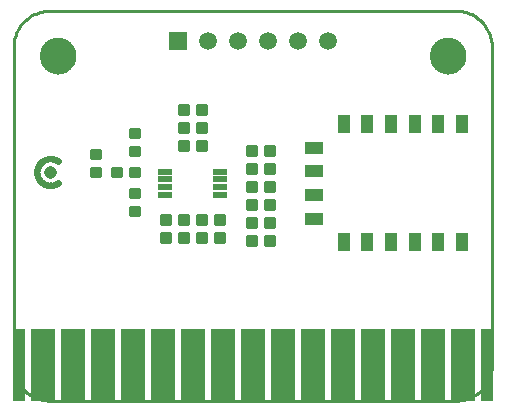
<source format=gts>
G75*
G70*
%OFA0B0*%
%FSLAX24Y24*%
%IPPOS*%
%LPD*%
%AMOC8*
5,1,8,0,0,1.08239X$1,22.5*
%
%ADD10C,0.0100*%
%ADD11R,0.0827X0.2402*%
%ADD12R,0.0434X0.2402*%
%ADD13C,0.0000*%
%ADD14C,0.1221*%
%ADD15R,0.0590X0.0590*%
%ADD16C,0.0590*%
%ADD17R,0.0434X0.0631*%
%ADD18R,0.0631X0.0434*%
%ADD19C,0.0098*%
%ADD20R,0.0473X0.0197*%
%ADD21C,0.0434*%
%ADD22C,0.0010*%
%ADD23C,0.0118*%
D10*
X001547Y001364D02*
X001547Y011956D01*
X001549Y012023D01*
X001555Y012090D01*
X001564Y012157D01*
X001577Y012223D01*
X001594Y012288D01*
X001614Y012352D01*
X001638Y012415D01*
X001666Y012477D01*
X001697Y012536D01*
X001731Y012594D01*
X001768Y012650D01*
X001809Y012704D01*
X001852Y012756D01*
X001898Y012805D01*
X001947Y012851D01*
X001999Y012894D01*
X002053Y012935D01*
X002109Y012972D01*
X002167Y013006D01*
X002226Y013037D01*
X002288Y013065D01*
X002351Y013089D01*
X002415Y013109D01*
X002480Y013126D01*
X002546Y013139D01*
X002613Y013148D01*
X002680Y013154D01*
X002747Y013156D01*
X016292Y013156D01*
X016359Y013154D01*
X016426Y013148D01*
X016493Y013139D01*
X016559Y013126D01*
X016624Y013109D01*
X016688Y013089D01*
X016751Y013065D01*
X016813Y013037D01*
X016872Y013006D01*
X016930Y012972D01*
X016986Y012935D01*
X017040Y012894D01*
X017092Y012851D01*
X017141Y012805D01*
X017187Y012756D01*
X017230Y012704D01*
X017271Y012650D01*
X017308Y012594D01*
X017342Y012536D01*
X017373Y012477D01*
X017401Y012415D01*
X017425Y012352D01*
X017445Y012288D01*
X017462Y012223D01*
X017475Y012157D01*
X017484Y012090D01*
X017490Y012023D01*
X017492Y011956D01*
X017492Y001364D01*
X017490Y001297D01*
X017484Y001230D01*
X017475Y001163D01*
X017462Y001097D01*
X017445Y001032D01*
X017425Y000968D01*
X017401Y000905D01*
X017373Y000843D01*
X017342Y000784D01*
X017308Y000726D01*
X017271Y000670D01*
X017230Y000616D01*
X017187Y000564D01*
X017141Y000515D01*
X017092Y000469D01*
X017040Y000426D01*
X016986Y000385D01*
X016930Y000348D01*
X016872Y000314D01*
X016813Y000283D01*
X016751Y000255D01*
X016688Y000231D01*
X016624Y000211D01*
X016559Y000194D01*
X016493Y000181D01*
X016426Y000172D01*
X016359Y000166D01*
X016292Y000164D01*
X002747Y000164D01*
X002680Y000166D01*
X002613Y000172D01*
X002546Y000181D01*
X002480Y000194D01*
X002415Y000211D01*
X002351Y000231D01*
X002288Y000255D01*
X002226Y000283D01*
X002167Y000314D01*
X002109Y000348D01*
X002053Y000385D01*
X001999Y000426D01*
X001947Y000469D01*
X001898Y000515D01*
X001852Y000564D01*
X001809Y000616D01*
X001768Y000670D01*
X001731Y000726D01*
X001697Y000784D01*
X001666Y000843D01*
X001638Y000905D01*
X001614Y000968D01*
X001594Y001032D01*
X001577Y001097D01*
X001564Y001163D01*
X001555Y001230D01*
X001549Y001297D01*
X001547Y001364D01*
D11*
X002519Y001348D03*
X003519Y001348D03*
X004519Y001348D03*
X005519Y001348D03*
X006519Y001348D03*
X007519Y001348D03*
X008519Y001348D03*
X009519Y001348D03*
X010519Y001348D03*
X011519Y001348D03*
X012519Y001348D03*
X013519Y001348D03*
X014519Y001348D03*
X015519Y001348D03*
X016519Y001348D03*
D12*
X017314Y001348D03*
X001724Y001348D03*
D13*
X002428Y011660D02*
X002430Y011708D01*
X002436Y011756D01*
X002446Y011803D01*
X002459Y011849D01*
X002477Y011894D01*
X002497Y011938D01*
X002522Y011980D01*
X002550Y012019D01*
X002580Y012056D01*
X002614Y012090D01*
X002651Y012122D01*
X002689Y012151D01*
X002730Y012176D01*
X002773Y012198D01*
X002818Y012216D01*
X002864Y012230D01*
X002911Y012241D01*
X002959Y012248D01*
X003007Y012251D01*
X003055Y012250D01*
X003103Y012245D01*
X003151Y012236D01*
X003197Y012224D01*
X003242Y012207D01*
X003286Y012187D01*
X003328Y012164D01*
X003368Y012137D01*
X003406Y012107D01*
X003441Y012074D01*
X003473Y012038D01*
X003503Y012000D01*
X003529Y011959D01*
X003551Y011916D01*
X003571Y011872D01*
X003586Y011827D01*
X003598Y011780D01*
X003606Y011732D01*
X003610Y011684D01*
X003610Y011636D01*
X003606Y011588D01*
X003598Y011540D01*
X003586Y011493D01*
X003571Y011448D01*
X003551Y011404D01*
X003529Y011361D01*
X003503Y011320D01*
X003473Y011282D01*
X003441Y011246D01*
X003406Y011213D01*
X003368Y011183D01*
X003328Y011156D01*
X003286Y011133D01*
X003242Y011113D01*
X003197Y011096D01*
X003151Y011084D01*
X003103Y011075D01*
X003055Y011070D01*
X003007Y011069D01*
X002959Y011072D01*
X002911Y011079D01*
X002864Y011090D01*
X002818Y011104D01*
X002773Y011122D01*
X002730Y011144D01*
X002689Y011169D01*
X002651Y011198D01*
X002614Y011230D01*
X002580Y011264D01*
X002550Y011301D01*
X002522Y011340D01*
X002497Y011382D01*
X002477Y011426D01*
X002459Y011471D01*
X002446Y011517D01*
X002436Y011564D01*
X002430Y011612D01*
X002428Y011660D01*
X015428Y011660D02*
X015430Y011708D01*
X015436Y011756D01*
X015446Y011803D01*
X015459Y011849D01*
X015477Y011894D01*
X015497Y011938D01*
X015522Y011980D01*
X015550Y012019D01*
X015580Y012056D01*
X015614Y012090D01*
X015651Y012122D01*
X015689Y012151D01*
X015730Y012176D01*
X015773Y012198D01*
X015818Y012216D01*
X015864Y012230D01*
X015911Y012241D01*
X015959Y012248D01*
X016007Y012251D01*
X016055Y012250D01*
X016103Y012245D01*
X016151Y012236D01*
X016197Y012224D01*
X016242Y012207D01*
X016286Y012187D01*
X016328Y012164D01*
X016368Y012137D01*
X016406Y012107D01*
X016441Y012074D01*
X016473Y012038D01*
X016503Y012000D01*
X016529Y011959D01*
X016551Y011916D01*
X016571Y011872D01*
X016586Y011827D01*
X016598Y011780D01*
X016606Y011732D01*
X016610Y011684D01*
X016610Y011636D01*
X016606Y011588D01*
X016598Y011540D01*
X016586Y011493D01*
X016571Y011448D01*
X016551Y011404D01*
X016529Y011361D01*
X016503Y011320D01*
X016473Y011282D01*
X016441Y011246D01*
X016406Y011213D01*
X016368Y011183D01*
X016328Y011156D01*
X016286Y011133D01*
X016242Y011113D01*
X016197Y011096D01*
X016151Y011084D01*
X016103Y011075D01*
X016055Y011070D01*
X016007Y011069D01*
X015959Y011072D01*
X015911Y011079D01*
X015864Y011090D01*
X015818Y011104D01*
X015773Y011122D01*
X015730Y011144D01*
X015689Y011169D01*
X015651Y011198D01*
X015614Y011230D01*
X015580Y011264D01*
X015550Y011301D01*
X015522Y011340D01*
X015497Y011382D01*
X015477Y011426D01*
X015459Y011471D01*
X015446Y011517D01*
X015436Y011564D01*
X015430Y011612D01*
X015428Y011660D01*
D14*
X016019Y011660D03*
X003019Y011660D03*
D15*
X007019Y012160D03*
D16*
X008019Y012160D03*
X009019Y012160D03*
X010019Y012160D03*
X011019Y012160D03*
X012019Y012160D03*
D17*
X012551Y009379D03*
X013338Y009379D03*
X014125Y009379D03*
X014913Y009379D03*
X015700Y009379D03*
X016488Y009379D03*
X016488Y005441D03*
X015700Y005441D03*
X014913Y005441D03*
X014125Y005441D03*
X013338Y005441D03*
X012551Y005441D03*
D18*
X011566Y006229D03*
X011566Y007016D03*
X011566Y007804D03*
X011566Y008591D03*
D19*
X010215Y008656D02*
X009923Y008656D01*
X010215Y008656D02*
X010215Y008364D01*
X009923Y008364D01*
X009923Y008656D01*
X009923Y008461D02*
X010215Y008461D01*
X010215Y008558D02*
X009923Y008558D01*
X009923Y008655D02*
X010215Y008655D01*
X009615Y008656D02*
X009323Y008656D01*
X009615Y008656D02*
X009615Y008364D01*
X009323Y008364D01*
X009323Y008656D01*
X009323Y008461D02*
X009615Y008461D01*
X009615Y008558D02*
X009323Y008558D01*
X009323Y008655D02*
X009615Y008655D01*
X009615Y008056D02*
X009323Y008056D01*
X009615Y008056D02*
X009615Y007764D01*
X009323Y007764D01*
X009323Y008056D01*
X009323Y007861D02*
X009615Y007861D01*
X009615Y007958D02*
X009323Y007958D01*
X009323Y008055D02*
X009615Y008055D01*
X009923Y008056D02*
X010215Y008056D01*
X010215Y007764D01*
X009923Y007764D01*
X009923Y008056D01*
X009923Y007861D02*
X010215Y007861D01*
X010215Y007958D02*
X009923Y007958D01*
X009923Y008055D02*
X010215Y008055D01*
X010215Y007164D02*
X009923Y007164D01*
X009923Y007456D01*
X010215Y007456D01*
X010215Y007164D01*
X010215Y007261D02*
X009923Y007261D01*
X009923Y007358D02*
X010215Y007358D01*
X010215Y007455D02*
X009923Y007455D01*
X009615Y007164D02*
X009323Y007164D01*
X009323Y007456D01*
X009615Y007456D01*
X009615Y007164D01*
X009615Y007261D02*
X009323Y007261D01*
X009323Y007358D02*
X009615Y007358D01*
X009615Y007455D02*
X009323Y007455D01*
X009323Y006564D02*
X009615Y006564D01*
X009323Y006564D02*
X009323Y006856D01*
X009615Y006856D01*
X009615Y006564D01*
X009615Y006661D02*
X009323Y006661D01*
X009323Y006758D02*
X009615Y006758D01*
X009615Y006855D02*
X009323Y006855D01*
X009923Y006564D02*
X010215Y006564D01*
X009923Y006564D02*
X009923Y006856D01*
X010215Y006856D01*
X010215Y006564D01*
X010215Y006661D02*
X009923Y006661D01*
X009923Y006758D02*
X010215Y006758D01*
X010215Y006855D02*
X009923Y006855D01*
X009923Y005964D02*
X010215Y005964D01*
X009923Y005964D02*
X009923Y006256D01*
X010215Y006256D01*
X010215Y005964D01*
X010215Y006061D02*
X009923Y006061D01*
X009923Y006158D02*
X010215Y006158D01*
X010215Y006255D02*
X009923Y006255D01*
X009615Y005964D02*
X009323Y005964D01*
X009323Y006256D01*
X009615Y006256D01*
X009615Y005964D01*
X009615Y006061D02*
X009323Y006061D01*
X009323Y006158D02*
X009615Y006158D01*
X009615Y006255D02*
X009323Y006255D01*
X009323Y005364D02*
X009615Y005364D01*
X009323Y005364D02*
X009323Y005656D01*
X009615Y005656D01*
X009615Y005364D01*
X009615Y005461D02*
X009323Y005461D01*
X009323Y005558D02*
X009615Y005558D01*
X009615Y005655D02*
X009323Y005655D01*
X009923Y005364D02*
X010215Y005364D01*
X009923Y005364D02*
X009923Y005656D01*
X010215Y005656D01*
X010215Y005364D01*
X010215Y005461D02*
X009923Y005461D01*
X009923Y005558D02*
X010215Y005558D01*
X010215Y005655D02*
X009923Y005655D01*
X008273Y005756D02*
X008273Y005464D01*
X008273Y005756D02*
X008565Y005756D01*
X008565Y005464D01*
X008273Y005464D01*
X008273Y005561D02*
X008565Y005561D01*
X008565Y005658D02*
X008273Y005658D01*
X008273Y005755D02*
X008565Y005755D01*
X008273Y006064D02*
X008273Y006356D01*
X008565Y006356D01*
X008565Y006064D01*
X008273Y006064D01*
X008273Y006161D02*
X008565Y006161D01*
X008565Y006258D02*
X008273Y006258D01*
X008273Y006355D02*
X008565Y006355D01*
X007965Y006356D02*
X007965Y006064D01*
X007673Y006064D01*
X007673Y006356D01*
X007965Y006356D01*
X007965Y006161D02*
X007673Y006161D01*
X007673Y006258D02*
X007965Y006258D01*
X007965Y006355D02*
X007673Y006355D01*
X007365Y006356D02*
X007365Y006064D01*
X007073Y006064D01*
X007073Y006356D01*
X007365Y006356D01*
X007365Y006161D02*
X007073Y006161D01*
X007073Y006258D02*
X007365Y006258D01*
X007365Y006355D02*
X007073Y006355D01*
X006765Y006356D02*
X006765Y006064D01*
X006473Y006064D01*
X006473Y006356D01*
X006765Y006356D01*
X006765Y006161D02*
X006473Y006161D01*
X006473Y006258D02*
X006765Y006258D01*
X006765Y006355D02*
X006473Y006355D01*
X006765Y005756D02*
X006765Y005464D01*
X006473Y005464D01*
X006473Y005756D01*
X006765Y005756D01*
X006765Y005561D02*
X006473Y005561D01*
X006473Y005658D02*
X006765Y005658D01*
X006765Y005755D02*
X006473Y005755D01*
X007365Y005756D02*
X007365Y005464D01*
X007073Y005464D01*
X007073Y005756D01*
X007365Y005756D01*
X007365Y005561D02*
X007073Y005561D01*
X007073Y005658D02*
X007365Y005658D01*
X007365Y005755D02*
X007073Y005755D01*
X007965Y005756D02*
X007965Y005464D01*
X007673Y005464D01*
X007673Y005756D01*
X007965Y005756D01*
X007965Y005561D02*
X007673Y005561D01*
X007673Y005658D02*
X007965Y005658D01*
X007965Y005755D02*
X007673Y005755D01*
X005423Y006339D02*
X005423Y006631D01*
X005715Y006631D01*
X005715Y006339D01*
X005423Y006339D01*
X005423Y006436D02*
X005715Y006436D01*
X005715Y006533D02*
X005423Y006533D01*
X005423Y006630D02*
X005715Y006630D01*
X005423Y006939D02*
X005423Y007231D01*
X005715Y007231D01*
X005715Y006939D01*
X005423Y006939D01*
X005423Y007036D02*
X005715Y007036D01*
X005715Y007133D02*
X005423Y007133D01*
X005423Y007230D02*
X005715Y007230D01*
X005715Y007639D02*
X005423Y007639D01*
X005423Y007931D01*
X005715Y007931D01*
X005715Y007639D01*
X005715Y007736D02*
X005423Y007736D01*
X005423Y007833D02*
X005715Y007833D01*
X005715Y007930D02*
X005423Y007930D01*
X005115Y007639D02*
X004823Y007639D01*
X004823Y007931D01*
X005115Y007931D01*
X005115Y007639D01*
X005115Y007736D02*
X004823Y007736D01*
X004823Y007833D02*
X005115Y007833D01*
X005115Y007930D02*
X004823Y007930D01*
X004123Y007931D02*
X004123Y007639D01*
X004123Y007931D02*
X004415Y007931D01*
X004415Y007639D01*
X004123Y007639D01*
X004123Y007736D02*
X004415Y007736D01*
X004415Y007833D02*
X004123Y007833D01*
X004123Y007930D02*
X004415Y007930D01*
X004123Y008239D02*
X004123Y008531D01*
X004415Y008531D01*
X004415Y008239D01*
X004123Y008239D01*
X004123Y008336D02*
X004415Y008336D01*
X004415Y008433D02*
X004123Y008433D01*
X004123Y008530D02*
X004415Y008530D01*
X005423Y008631D02*
X005423Y008339D01*
X005423Y008631D02*
X005715Y008631D01*
X005715Y008339D01*
X005423Y008339D01*
X005423Y008436D02*
X005715Y008436D01*
X005715Y008533D02*
X005423Y008533D01*
X005423Y008630D02*
X005715Y008630D01*
X005423Y008939D02*
X005423Y009231D01*
X005715Y009231D01*
X005715Y008939D01*
X005423Y008939D01*
X005423Y009036D02*
X005715Y009036D01*
X005715Y009133D02*
X005423Y009133D01*
X005423Y009230D02*
X005715Y009230D01*
X007073Y009114D02*
X007365Y009114D01*
X007073Y009114D02*
X007073Y009406D01*
X007365Y009406D01*
X007365Y009114D01*
X007365Y009211D02*
X007073Y009211D01*
X007073Y009308D02*
X007365Y009308D01*
X007365Y009405D02*
X007073Y009405D01*
X007073Y009714D02*
X007365Y009714D01*
X007073Y009714D02*
X007073Y010006D01*
X007365Y010006D01*
X007365Y009714D01*
X007365Y009811D02*
X007073Y009811D01*
X007073Y009908D02*
X007365Y009908D01*
X007365Y010005D02*
X007073Y010005D01*
X007673Y009714D02*
X007965Y009714D01*
X007673Y009714D02*
X007673Y010006D01*
X007965Y010006D01*
X007965Y009714D01*
X007965Y009811D02*
X007673Y009811D01*
X007673Y009908D02*
X007965Y009908D01*
X007965Y010005D02*
X007673Y010005D01*
X007673Y009114D02*
X007965Y009114D01*
X007673Y009114D02*
X007673Y009406D01*
X007965Y009406D01*
X007965Y009114D01*
X007965Y009211D02*
X007673Y009211D01*
X007673Y009308D02*
X007965Y009308D01*
X007965Y009405D02*
X007673Y009405D01*
X007673Y008514D02*
X007965Y008514D01*
X007673Y008514D02*
X007673Y008806D01*
X007965Y008806D01*
X007965Y008514D01*
X007965Y008611D02*
X007673Y008611D01*
X007673Y008708D02*
X007965Y008708D01*
X007965Y008805D02*
X007673Y008805D01*
X007365Y008514D02*
X007073Y008514D01*
X007073Y008806D01*
X007365Y008806D01*
X007365Y008514D01*
X007365Y008611D02*
X007073Y008611D01*
X007073Y008708D02*
X007365Y008708D01*
X007365Y008805D02*
X007073Y008805D01*
D20*
X006594Y007794D03*
X006594Y007538D03*
X006594Y007282D03*
X006594Y007026D03*
X008444Y007026D03*
X008444Y007282D03*
X008444Y007538D03*
X008444Y007794D03*
D21*
X002769Y007785D02*
X002770Y007785D01*
X002770Y007784D01*
X002769Y007784D01*
X002768Y007784D01*
X002768Y007785D01*
X002768Y007786D01*
X002769Y007786D01*
X002770Y007786D01*
X002770Y007785D01*
D22*
X002782Y007254D02*
X002783Y007254D01*
X002783Y007334D01*
X002782Y007334D02*
X002782Y007254D01*
X002781Y007254D02*
X002781Y007334D01*
X002779Y007334D02*
X002779Y007254D01*
X002778Y007254D02*
X002778Y007334D01*
X002777Y007334D02*
X002777Y007254D01*
X002776Y007254D02*
X002776Y007334D01*
X002774Y007335D02*
X002774Y007254D01*
X002773Y007254D02*
X002773Y007335D01*
X002772Y007335D02*
X002772Y007254D01*
X002771Y007254D02*
X002771Y007335D01*
X002769Y007336D02*
X002769Y007254D01*
X002768Y007254D02*
X002768Y007336D01*
X002767Y007337D02*
X002767Y007254D01*
X002766Y007254D02*
X002766Y007337D01*
X002764Y007338D02*
X002764Y007254D01*
X002763Y007254D02*
X002763Y007338D01*
X002762Y007339D02*
X002762Y007254D01*
X002761Y007254D02*
X002761Y007340D01*
X002759Y007340D02*
X002759Y007254D01*
X002758Y007254D02*
X002758Y007341D01*
X002757Y007342D02*
X002757Y007254D01*
X002756Y007254D02*
X002756Y007343D01*
X002754Y007344D02*
X002754Y007254D01*
X002753Y007254D02*
X002753Y007345D01*
X002752Y007347D02*
X002752Y007254D01*
X002751Y007254D02*
X002751Y007348D01*
X002749Y007349D02*
X002749Y007254D01*
X002748Y007254D02*
X002748Y007351D01*
X002747Y007353D02*
X002747Y007254D01*
X002746Y007254D02*
X002746Y007355D01*
X002744Y007358D02*
X002744Y007254D01*
X002743Y007254D02*
X002743Y007361D01*
X002742Y007365D02*
X002742Y007254D01*
X002741Y007254D02*
X002741Y007429D01*
X002742Y007429D02*
X002742Y007382D01*
X002743Y007387D02*
X002743Y007429D01*
X002744Y007429D02*
X002744Y007390D01*
X002746Y007393D02*
X002746Y007429D01*
X002747Y007429D02*
X002747Y007395D01*
X002748Y007397D02*
X002748Y007429D01*
X002749Y007428D02*
X002749Y007398D01*
X002751Y007400D02*
X002751Y007428D01*
X002752Y007428D02*
X002752Y007401D01*
X002753Y007403D02*
X002753Y007428D01*
X002754Y007428D02*
X002754Y007404D01*
X002756Y007405D02*
X002756Y007428D01*
X002757Y007428D02*
X002757Y007406D01*
X002758Y007407D02*
X002758Y007428D01*
X002759Y007428D02*
X002759Y007408D01*
X002761Y007408D02*
X002761Y007428D01*
X002762Y007428D02*
X002762Y007409D01*
X002763Y007410D02*
X002763Y007428D01*
X002764Y007428D02*
X002764Y007410D01*
X002766Y007411D02*
X002766Y007428D01*
X002767Y007428D02*
X002767Y007411D01*
X002768Y007412D02*
X002768Y007428D01*
X002769Y007428D02*
X002769Y007412D01*
X002771Y007412D02*
X002771Y007428D01*
X002772Y007428D02*
X002772Y007413D01*
X002773Y007413D02*
X002773Y007428D01*
X002774Y007428D02*
X002774Y007413D01*
X002776Y007413D02*
X002776Y007428D01*
X002777Y007428D02*
X002777Y007414D01*
X002778Y007414D02*
X002778Y007428D01*
X002779Y007428D02*
X002779Y007414D01*
X002781Y007414D02*
X002781Y007428D01*
X002782Y007428D02*
X002782Y007414D01*
X002783Y007414D02*
X002783Y007428D01*
X002784Y007428D02*
X002784Y007414D01*
X002786Y007414D02*
X002786Y007428D01*
X002787Y007428D02*
X002787Y007413D01*
X002788Y007413D02*
X002788Y007428D01*
X002789Y007428D02*
X002789Y007413D01*
X002791Y007413D02*
X002791Y007429D01*
X002792Y007429D02*
X002792Y007412D01*
X002793Y007412D02*
X002793Y007429D01*
X002794Y007429D02*
X002794Y007411D01*
X002796Y007411D02*
X002796Y007429D01*
X002797Y007429D02*
X002797Y007410D01*
X002798Y007410D02*
X002798Y007429D01*
X002799Y007429D02*
X002799Y007409D01*
X002801Y007409D02*
X002801Y007429D01*
X002802Y007429D02*
X002802Y007408D01*
X002803Y007407D02*
X002803Y007430D01*
X002804Y007430D02*
X002804Y007406D01*
X002806Y007405D02*
X002806Y007430D01*
X002807Y007430D02*
X002807Y007404D01*
X002808Y007403D02*
X002808Y007430D01*
X002809Y007430D02*
X002809Y007402D01*
X002811Y007400D02*
X002811Y007430D01*
X002812Y007430D02*
X002812Y007399D01*
X002813Y007397D02*
X002813Y007431D01*
X002814Y007431D02*
X002814Y007395D01*
X002816Y007393D02*
X002816Y007431D01*
X002817Y007431D02*
X002817Y007391D01*
X002818Y007388D02*
X002818Y007431D01*
X002819Y007431D02*
X002819Y007384D01*
X002821Y007376D02*
X002821Y007432D01*
X002822Y007432D02*
X002822Y007256D01*
X002823Y007256D02*
X002823Y007432D01*
X002824Y007432D02*
X002824Y007256D01*
X002826Y007257D02*
X002826Y007432D01*
X002827Y007433D02*
X002827Y007257D01*
X002828Y007257D02*
X002828Y007433D01*
X002829Y007433D02*
X002829Y007257D01*
X002831Y007257D02*
X002831Y007433D01*
X002832Y007433D02*
X002832Y007257D01*
X002833Y007257D02*
X002833Y007434D01*
X002834Y007434D02*
X002834Y007258D01*
X002836Y007258D02*
X002836Y007434D01*
X002837Y007434D02*
X002837Y007258D01*
X002838Y007258D02*
X002838Y007435D01*
X002839Y007435D02*
X002839Y007258D01*
X002841Y007258D02*
X002841Y007435D01*
X002842Y007435D02*
X002842Y007259D01*
X002843Y007259D02*
X002843Y007436D01*
X002844Y007436D02*
X002844Y007259D01*
X002846Y007259D02*
X002846Y007436D01*
X002847Y007436D02*
X002847Y007259D01*
X002848Y007259D02*
X002848Y007437D01*
X002849Y007437D02*
X002849Y007260D01*
X002851Y007260D02*
X002851Y007437D01*
X002852Y007438D02*
X002852Y007260D01*
X002853Y007260D02*
X002853Y007438D01*
X002854Y007438D02*
X002854Y007260D01*
X002856Y007261D02*
X002856Y007439D01*
X002857Y007439D02*
X002857Y007261D01*
X002858Y007261D02*
X002858Y007439D01*
X002859Y007440D02*
X002859Y007261D01*
X002861Y007261D02*
X002861Y007440D01*
X002862Y007440D02*
X002862Y007262D01*
X002863Y007262D02*
X002863Y007441D01*
X002864Y007441D02*
X002864Y007262D01*
X002866Y007262D02*
X002866Y007441D01*
X002867Y007442D02*
X002867Y007263D01*
X002868Y007263D02*
X002868Y007442D01*
X002869Y007442D02*
X002869Y007263D01*
X002871Y007263D02*
X002871Y007443D01*
X002872Y007443D02*
X002872Y007264D01*
X002873Y007264D02*
X002873Y007443D01*
X002874Y007444D02*
X002874Y007264D01*
X002876Y007264D02*
X002876Y007444D01*
X002877Y007445D02*
X002877Y007265D01*
X002878Y007265D02*
X002878Y007445D01*
X002879Y007445D02*
X002879Y007265D01*
X002881Y007265D02*
X002881Y007446D01*
X002882Y007446D02*
X002882Y007266D01*
X002883Y007266D02*
X002883Y007447D01*
X002884Y007447D02*
X002884Y007266D01*
X002886Y007266D02*
X002886Y007447D01*
X002887Y007448D02*
X002887Y007267D01*
X002888Y007267D02*
X002888Y007448D01*
X002889Y007449D02*
X002889Y007267D01*
X002891Y007268D02*
X002891Y007449D01*
X002892Y007450D02*
X002892Y007268D01*
X002893Y007268D02*
X002893Y007450D01*
X002894Y007451D02*
X002894Y007268D01*
X002896Y007269D02*
X002896Y007451D01*
X002897Y007452D02*
X002897Y007269D01*
X002898Y007269D02*
X002898Y007452D01*
X002899Y007453D02*
X002899Y007270D01*
X002901Y007270D02*
X002901Y007453D01*
X002902Y007454D02*
X002902Y007270D01*
X002903Y007271D02*
X002903Y007454D01*
X002904Y007455D02*
X002904Y007271D01*
X002906Y007271D02*
X002906Y007455D01*
X002907Y007456D02*
X002907Y007272D01*
X002908Y007272D02*
X002908Y007456D01*
X002909Y007457D02*
X002909Y007272D01*
X002911Y007273D02*
X002911Y007457D01*
X002912Y007458D02*
X002912Y007273D01*
X002913Y007273D02*
X002913Y007458D01*
X002914Y007459D02*
X002914Y007274D01*
X002916Y007274D02*
X002916Y007459D01*
X002917Y007460D02*
X002917Y007274D01*
X002918Y007275D02*
X002918Y007460D01*
X002919Y007461D02*
X002919Y007275D01*
X002921Y007276D02*
X002921Y007462D01*
X002922Y007462D02*
X002922Y007276D01*
X002923Y007276D02*
X002923Y007463D01*
X002924Y007463D02*
X002924Y007277D01*
X002926Y007277D02*
X002926Y007464D01*
X002927Y007465D02*
X002927Y007277D01*
X002928Y007278D02*
X002928Y007465D01*
X002929Y007466D02*
X002929Y007278D01*
X002931Y007279D02*
X002931Y007467D01*
X002932Y007467D02*
X002932Y007279D01*
X002933Y007279D02*
X002933Y007468D01*
X002934Y007468D02*
X002934Y007280D01*
X002936Y007280D02*
X002936Y007469D01*
X002937Y007470D02*
X002937Y007281D01*
X002938Y007281D02*
X002938Y007470D01*
X002939Y007471D02*
X002939Y007282D01*
X002941Y007282D02*
X002941Y007472D01*
X002942Y007472D02*
X002942Y007282D01*
X002943Y007283D02*
X002943Y007473D01*
X002944Y007474D02*
X002944Y007283D01*
X002946Y007284D02*
X002946Y007475D01*
X002947Y007475D02*
X002947Y007284D01*
X002948Y007285D02*
X002948Y007476D01*
X002949Y007477D02*
X002949Y007285D01*
X002951Y007285D02*
X002951Y007477D01*
X002952Y007478D02*
X002952Y007286D01*
X002953Y007286D02*
X002953Y007479D01*
X002954Y007480D02*
X002954Y007287D01*
X002956Y007287D02*
X002956Y007481D01*
X002957Y007481D02*
X002957Y007288D01*
X002958Y007288D02*
X002958Y007482D01*
X002959Y007483D02*
X002959Y007289D01*
X002961Y007289D02*
X002961Y007484D01*
X002962Y007484D02*
X002962Y007290D01*
X002963Y007290D02*
X002963Y007485D01*
X002964Y007486D02*
X002964Y007291D01*
X002966Y007291D02*
X002966Y007487D01*
X002967Y007488D02*
X002967Y007292D01*
X002968Y007292D02*
X002968Y007489D01*
X002969Y007489D02*
X002969Y007293D01*
X002971Y007293D02*
X002971Y007490D01*
X002972Y007491D02*
X002972Y007294D01*
X002973Y007294D02*
X002973Y007492D01*
X002974Y007493D02*
X002974Y007295D01*
X002976Y007295D02*
X002976Y007494D01*
X002977Y007495D02*
X002977Y007296D01*
X002978Y007296D02*
X002978Y007495D01*
X002979Y007496D02*
X002979Y007297D01*
X002981Y007297D02*
X002981Y007497D01*
X002982Y007498D02*
X002982Y007298D01*
X002983Y007299D02*
X002983Y007499D01*
X002984Y007500D02*
X002984Y007299D01*
X002986Y007300D02*
X002986Y007501D01*
X002987Y007502D02*
X002987Y007300D01*
X002988Y007301D02*
X002988Y007503D01*
X002989Y007504D02*
X002989Y007301D01*
X002991Y007302D02*
X002991Y007505D01*
X002992Y007506D02*
X002992Y007302D01*
X002993Y007303D02*
X002993Y007507D01*
X002994Y007508D02*
X002994Y007304D01*
X002996Y007304D02*
X002996Y007509D01*
X002997Y007510D02*
X002997Y007305D01*
X002998Y007305D02*
X002998Y007511D01*
X002999Y007512D02*
X002999Y007306D01*
X003001Y007307D02*
X003001Y007513D01*
X003002Y007514D02*
X003002Y007307D01*
X003003Y007308D02*
X003003Y007515D01*
X003004Y007516D02*
X003004Y007308D01*
X003006Y007309D02*
X003006Y007517D01*
X003007Y007519D02*
X003007Y007310D01*
X003008Y007310D02*
X003008Y007520D01*
X003009Y007521D02*
X003009Y007311D01*
X003011Y007312D02*
X003011Y007522D01*
X003012Y007523D02*
X003012Y007312D01*
X003013Y007313D02*
X003013Y007524D01*
X003014Y007525D02*
X003014Y007313D01*
X003016Y007314D02*
X003016Y007527D01*
X003017Y007528D02*
X003017Y007315D01*
X003018Y007315D02*
X003018Y007529D01*
X003019Y007530D02*
X003019Y007316D01*
X003021Y007317D02*
X003021Y007532D01*
X003022Y007532D02*
X003022Y007317D01*
X003023Y007318D02*
X003023Y007531D01*
X003022Y007532D01*
X003023Y007531D02*
X003024Y007530D01*
X003024Y007319D01*
X003026Y007320D02*
X003026Y007528D01*
X003024Y007530D01*
X003026Y007528D02*
X003027Y007527D01*
X003027Y007320D01*
X003028Y007321D02*
X003028Y007526D01*
X003027Y007527D01*
X003028Y007526D02*
X003029Y007525D01*
X003029Y007322D01*
X003031Y007322D02*
X003031Y007523D01*
X003029Y007525D01*
X003031Y007523D02*
X003032Y007522D01*
X003032Y007323D01*
X003033Y007324D02*
X003033Y007521D01*
X003032Y007522D01*
X003033Y007521D02*
X003034Y007520D01*
X003034Y007324D01*
X003036Y007325D02*
X003036Y007518D01*
X003034Y007520D01*
X003036Y007518D02*
X003037Y007517D01*
X003037Y007326D01*
X003038Y007327D02*
X003038Y007516D01*
X003037Y007517D01*
X003038Y007516D02*
X003039Y007515D01*
X003039Y007327D01*
X003041Y007328D02*
X003041Y007513D01*
X003039Y007515D01*
X003041Y007513D02*
X003042Y007512D01*
X003042Y007329D01*
X003043Y007330D02*
X003043Y007511D01*
X003042Y007512D01*
X003043Y007511D02*
X003044Y007510D01*
X003044Y007330D01*
X003046Y007331D02*
X003046Y007508D01*
X003044Y007510D01*
X003046Y007508D02*
X003047Y007507D01*
X003047Y007332D01*
X003048Y007333D02*
X003048Y007506D01*
X003047Y007507D01*
X003048Y007506D02*
X003049Y007505D01*
X003049Y007333D01*
X003051Y007334D02*
X003051Y007503D01*
X003049Y007505D01*
X003051Y007503D02*
X003052Y007502D01*
X003052Y007335D01*
X003053Y007336D02*
X003053Y007501D01*
X003052Y007502D01*
X003053Y007501D02*
X003054Y007500D01*
X003054Y007337D01*
X003056Y007337D02*
X003056Y007498D01*
X003054Y007500D01*
X003056Y007498D02*
X003057Y007497D01*
X003057Y007338D01*
X003058Y007339D02*
X003058Y007496D01*
X003057Y007497D01*
X003058Y007496D02*
X003059Y007495D01*
X003059Y007340D01*
X003061Y007341D02*
X003061Y007493D01*
X003059Y007495D01*
X003061Y007493D02*
X003062Y007492D01*
X003062Y007341D01*
X003063Y007342D02*
X003063Y007491D01*
X003062Y007492D01*
X003063Y007491D02*
X003064Y007490D01*
X003064Y007343D01*
X003066Y007344D02*
X003066Y007488D01*
X003064Y007490D01*
X003066Y007488D02*
X003067Y007487D01*
X003067Y007345D01*
X003068Y007346D02*
X003068Y007486D01*
X003067Y007487D01*
X003068Y007486D02*
X003069Y007485D01*
X003069Y007346D01*
X003071Y007347D02*
X003071Y007483D01*
X003069Y007485D01*
X003071Y007483D02*
X003072Y007482D01*
X003072Y007348D01*
X003073Y007349D02*
X003073Y007481D01*
X003072Y007482D01*
X003073Y007481D02*
X003074Y007480D01*
X003074Y007350D01*
X003076Y007351D02*
X003076Y007478D01*
X003074Y007480D01*
X003076Y007478D02*
X003077Y007477D01*
X003077Y007352D01*
X003078Y007353D02*
X003078Y007476D01*
X003077Y007477D01*
X003078Y007476D02*
X003079Y007475D01*
X003079Y007353D01*
X003081Y007354D02*
X003081Y007473D01*
X003079Y007475D01*
X003081Y007473D02*
X003082Y007472D01*
X003082Y007355D01*
X003083Y007356D02*
X003083Y007471D01*
X003082Y007472D01*
X003083Y007471D02*
X003084Y007470D01*
X003084Y007357D01*
X003086Y007358D02*
X003086Y007468D01*
X003084Y007470D01*
X003086Y007468D02*
X003087Y007467D01*
X003087Y007359D01*
X003088Y007360D02*
X003088Y007466D01*
X003087Y007467D01*
X003088Y007466D02*
X003089Y007465D01*
X003089Y007361D01*
X003091Y007362D02*
X003091Y007463D01*
X003089Y007465D01*
X003091Y007463D02*
X003092Y007462D01*
X003092Y007363D01*
X003093Y007364D02*
X003093Y007461D01*
X003092Y007462D01*
X003093Y007461D02*
X003094Y007460D01*
X003094Y007365D01*
X003096Y007366D02*
X003096Y007458D01*
X003094Y007460D01*
X003096Y007458D02*
X003097Y007457D01*
X003097Y007367D01*
X003098Y007368D02*
X003098Y007456D01*
X003097Y007457D01*
X003098Y007456D02*
X003099Y007455D01*
X003099Y007369D01*
X003101Y007370D02*
X003101Y007453D01*
X003099Y007455D01*
X003101Y007453D02*
X003102Y007452D01*
X003102Y007371D01*
X003103Y007372D02*
X003103Y007451D01*
X003102Y007452D01*
X003103Y007451D02*
X003104Y007450D01*
X003104Y007373D01*
X003106Y007374D02*
X003106Y007448D01*
X003104Y007450D01*
X003106Y007448D02*
X003107Y007447D01*
X003107Y007375D01*
X003108Y007376D02*
X003108Y007446D01*
X003107Y007447D01*
X003108Y007446D02*
X003109Y007445D01*
X003109Y007377D01*
X003111Y007378D02*
X003111Y007443D01*
X003109Y007445D01*
X003111Y007443D02*
X003112Y007442D01*
X003112Y007379D01*
X003113Y007380D02*
X003113Y007441D01*
X003112Y007442D01*
X003113Y007441D02*
X003114Y007440D01*
X003114Y007381D01*
X003116Y007382D02*
X003116Y007438D01*
X003114Y007440D01*
X003116Y007438D02*
X003117Y007437D01*
X003117Y007383D01*
X003118Y007384D02*
X003118Y007436D01*
X003117Y007437D01*
X003118Y007436D02*
X003119Y007435D01*
X003119Y007385D01*
X003121Y007386D02*
X003121Y007433D01*
X003119Y007435D01*
X003121Y007433D02*
X003122Y007432D01*
X003122Y007387D01*
X003123Y007389D02*
X003123Y007431D01*
X003122Y007432D01*
X003123Y007431D02*
X003124Y007430D01*
X003124Y007390D01*
X003126Y007391D02*
X003126Y007428D01*
X003124Y007430D01*
X003126Y007428D02*
X003127Y007427D01*
X003127Y007392D01*
X003128Y007393D02*
X003128Y007426D01*
X003127Y007427D01*
X003128Y007426D02*
X003129Y007425D01*
X003129Y007394D01*
X003131Y007395D02*
X003131Y007423D01*
X003129Y007425D01*
X003131Y007423D02*
X003132Y007422D01*
X003132Y007397D01*
X003133Y007398D02*
X003133Y007421D01*
X003132Y007422D01*
X003133Y007421D02*
X003134Y007420D01*
X003134Y007399D01*
X003136Y007400D02*
X003136Y007418D01*
X003134Y007420D01*
X003136Y007418D02*
X003137Y007417D01*
X003137Y007401D01*
X003138Y007403D02*
X003138Y007416D01*
X003137Y007417D01*
X003138Y007416D02*
X003139Y007415D01*
X003139Y007404D01*
X003141Y007405D02*
X003141Y007413D01*
X003139Y007415D01*
X003141Y007413D02*
X003142Y007412D01*
X003142Y007406D01*
X003143Y007407D02*
X003143Y007411D01*
X003142Y007412D01*
X003143Y007411D02*
X003144Y007410D01*
X003144Y007409D01*
X003145Y007409D02*
X003144Y007410D01*
X002821Y007372D02*
X002821Y007256D01*
X002819Y007256D02*
X002819Y007364D01*
X002818Y007360D02*
X002818Y007256D01*
X002817Y007256D02*
X002817Y007357D01*
X002816Y007355D02*
X002816Y007256D01*
X002814Y007255D02*
X002814Y007352D01*
X002813Y007351D02*
X002813Y007255D01*
X002812Y007255D02*
X002812Y007349D01*
X002811Y007347D02*
X002811Y007255D01*
X002809Y007255D02*
X002809Y007346D01*
X002808Y007345D02*
X002808Y007255D01*
X002807Y007255D02*
X002807Y007344D01*
X002806Y007343D02*
X002806Y007255D01*
X002804Y007255D02*
X002804Y007342D01*
X002803Y007341D02*
X002803Y007255D01*
X002802Y007255D02*
X002802Y007340D01*
X002801Y007339D02*
X002801Y007254D01*
X002799Y007254D02*
X002799Y007339D01*
X002798Y007338D02*
X002798Y007254D01*
X002797Y007254D02*
X002797Y007337D01*
X002796Y007337D02*
X002796Y007254D01*
X002794Y007254D02*
X002794Y007336D01*
X002793Y007336D02*
X002793Y007254D01*
X002792Y007254D02*
X002792Y007336D01*
X002791Y007335D02*
X002791Y007254D01*
X002789Y007254D02*
X002789Y007335D01*
X002788Y007335D02*
X002788Y007254D01*
X002787Y007254D02*
X002787Y007335D01*
X002786Y007334D02*
X002786Y007254D01*
X002784Y007254D02*
X002784Y007334D01*
X002741Y007374D02*
X002743Y007386D01*
X002749Y007398D01*
X002757Y007406D01*
X002769Y007412D01*
X002781Y007414D01*
X002793Y007412D01*
X002805Y007406D01*
X002813Y007398D01*
X002819Y007386D01*
X002821Y007374D01*
X002819Y007362D01*
X002813Y007350D01*
X002805Y007342D01*
X002793Y007336D01*
X002781Y007334D01*
X002769Y007336D01*
X002757Y007342D01*
X002749Y007350D01*
X002743Y007362D01*
X002741Y007374D01*
X002739Y007429D02*
X002739Y007254D01*
X002738Y007254D02*
X002738Y007429D01*
X002737Y007429D02*
X002737Y007254D01*
X002736Y007255D02*
X002736Y007429D01*
X002734Y007430D02*
X002734Y007255D01*
X002733Y007255D02*
X002733Y007430D01*
X002732Y007430D02*
X002732Y007255D01*
X002731Y007255D02*
X002731Y007430D01*
X002729Y007430D02*
X002729Y007255D01*
X002728Y007255D02*
X002728Y007430D01*
X002727Y007430D02*
X002727Y007255D01*
X002726Y007255D02*
X002726Y007431D01*
X002724Y007431D02*
X002724Y007255D01*
X002723Y007255D02*
X002723Y007431D01*
X002722Y007431D02*
X002722Y007256D01*
X002721Y007256D02*
X002721Y007431D01*
X002719Y007431D02*
X002719Y007256D01*
X002718Y007256D02*
X002718Y007432D01*
X002717Y007432D02*
X002717Y007256D01*
X002716Y007256D02*
X002716Y007432D01*
X002714Y007432D02*
X002714Y007256D01*
X002713Y007256D02*
X002713Y007432D01*
X002712Y007433D02*
X002712Y007257D01*
X002711Y007257D02*
X002711Y007433D01*
X002709Y007433D02*
X002709Y007257D01*
X002708Y007257D02*
X002708Y007433D01*
X002707Y007433D02*
X002707Y007257D01*
X002706Y007257D02*
X002706Y007434D01*
X002704Y007434D02*
X002704Y007257D01*
X002703Y007258D02*
X002703Y007434D01*
X002702Y007434D02*
X002702Y007258D01*
X002701Y007258D02*
X002701Y007435D01*
X002699Y007435D02*
X002699Y007258D01*
X002698Y007258D02*
X002698Y007435D01*
X002697Y007435D02*
X002697Y007258D01*
X002696Y007259D02*
X002696Y007436D01*
X002694Y007436D02*
X002694Y007259D01*
X002693Y007259D02*
X002693Y007436D01*
X002692Y007436D02*
X002692Y007259D01*
X002691Y007259D02*
X002691Y007437D01*
X002689Y007437D02*
X002689Y007260D01*
X002688Y007260D02*
X002688Y007437D01*
X002687Y007437D02*
X002687Y007260D01*
X002686Y007260D02*
X002686Y007438D01*
X002684Y007438D02*
X002684Y007260D01*
X002683Y007261D02*
X002683Y007438D01*
X002682Y007439D02*
X002682Y007261D01*
X002681Y007261D02*
X002681Y007439D01*
X002679Y007439D02*
X002679Y007261D01*
X002678Y007261D02*
X002678Y007440D01*
X002677Y007440D02*
X002677Y007262D01*
X002676Y007262D02*
X002676Y007440D01*
X002674Y007441D02*
X002674Y007262D01*
X002673Y007262D02*
X002673Y007441D01*
X002672Y007441D02*
X002672Y007262D01*
X002671Y007263D02*
X002671Y007442D01*
X002669Y007442D02*
X002669Y007263D01*
X002668Y007263D02*
X002668Y007442D01*
X002667Y007443D02*
X002667Y007263D01*
X002666Y007264D02*
X002666Y007443D01*
X002664Y007444D02*
X002664Y007264D01*
X002663Y007264D02*
X002663Y007444D01*
X002662Y007444D02*
X002662Y007264D01*
X002661Y007265D02*
X002661Y007445D01*
X002659Y007445D02*
X002659Y007265D01*
X002658Y007265D02*
X002658Y007446D01*
X002657Y007446D02*
X002657Y007265D01*
X002656Y007266D02*
X002656Y007446D01*
X002654Y007447D02*
X002654Y007266D01*
X002653Y007266D02*
X002653Y007447D01*
X002652Y007448D02*
X002652Y007267D01*
X002651Y007267D02*
X002651Y007448D01*
X002649Y007449D02*
X002649Y007267D01*
X002648Y007267D02*
X002648Y007449D01*
X002647Y007449D02*
X002647Y007268D01*
X002646Y007268D02*
X002646Y007450D01*
X002644Y007450D02*
X002644Y007268D01*
X002643Y007269D02*
X002643Y007451D01*
X002642Y007451D02*
X002642Y007269D01*
X002641Y007269D02*
X002641Y007452D01*
X002639Y007452D02*
X002639Y007270D01*
X002638Y007270D02*
X002638Y007453D01*
X002637Y007453D02*
X002637Y007270D01*
X002636Y007271D02*
X002636Y007454D01*
X002634Y007454D02*
X002634Y007271D01*
X002633Y007271D02*
X002633Y007455D01*
X002632Y007455D02*
X002632Y007272D01*
X002631Y007272D02*
X002631Y007456D01*
X002629Y007456D02*
X002629Y007272D01*
X002628Y007273D02*
X002628Y007457D01*
X002627Y007457D02*
X002627Y007273D01*
X002626Y007273D02*
X002626Y007458D01*
X002624Y007459D02*
X002624Y007274D01*
X002623Y007274D02*
X002623Y007459D01*
X002622Y007460D02*
X002622Y007274D01*
X002621Y007275D02*
X002621Y007460D01*
X002619Y007461D02*
X002619Y007275D01*
X002618Y007275D02*
X002618Y007461D01*
X002617Y007462D02*
X002617Y007276D01*
X002616Y007276D02*
X002616Y007463D01*
X002614Y007463D02*
X002614Y007277D01*
X002613Y007277D02*
X002613Y007464D01*
X002612Y007464D02*
X002612Y007277D01*
X002611Y007278D02*
X002611Y007465D01*
X002609Y007466D02*
X002609Y007278D01*
X002608Y007278D02*
X002608Y007466D01*
X002607Y007467D02*
X002607Y007279D01*
X002606Y007279D02*
X002606Y007468D01*
X002604Y007468D02*
X002604Y007280D01*
X002603Y007280D02*
X002603Y007469D01*
X002602Y007469D02*
X002602Y007280D01*
X002601Y007281D02*
X002601Y007470D01*
X002599Y007471D02*
X002599Y007281D01*
X002598Y007282D02*
X002598Y007471D01*
X002597Y007472D02*
X002597Y007282D01*
X002596Y007283D02*
X002596Y007473D01*
X002594Y007474D02*
X002594Y007283D01*
X002593Y007283D02*
X002593Y007474D01*
X002592Y007475D02*
X002592Y007284D01*
X002591Y007284D02*
X002591Y007476D01*
X002589Y007476D02*
X002589Y007285D01*
X002588Y007285D02*
X002588Y007477D01*
X002587Y007478D02*
X002587Y007286D01*
X002586Y007286D02*
X002586Y007479D01*
X002584Y007479D02*
X002584Y007287D01*
X002583Y007287D02*
X002583Y007480D01*
X002582Y007481D02*
X002582Y007288D01*
X002581Y007288D02*
X002581Y007482D01*
X002579Y007482D02*
X002579Y007289D01*
X002578Y007289D02*
X002578Y007483D01*
X002577Y007484D02*
X002577Y007289D01*
X002576Y007290D02*
X002576Y007485D01*
X002574Y007486D02*
X002574Y007290D01*
X002573Y007291D02*
X002573Y007486D01*
X002572Y007487D02*
X002572Y007291D01*
X002571Y007292D02*
X002571Y007488D01*
X002569Y007489D02*
X002569Y007292D01*
X002568Y007293D02*
X002568Y007490D01*
X002567Y007491D02*
X002567Y007293D01*
X002566Y007294D02*
X002566Y007492D01*
X002564Y007492D02*
X002564Y007295D01*
X002563Y007295D02*
X002563Y007493D01*
X002562Y007494D02*
X002562Y007296D01*
X002561Y007296D02*
X002561Y007495D01*
X002559Y007496D02*
X002559Y007297D01*
X002558Y007297D02*
X002558Y007497D01*
X002557Y007498D02*
X002557Y007298D01*
X002556Y007298D02*
X002556Y007499D01*
X002554Y007500D02*
X002554Y007299D01*
X002553Y007299D02*
X002553Y007501D01*
X002552Y007502D02*
X002552Y007300D01*
X002551Y007300D02*
X002551Y007503D01*
X002549Y007503D02*
X002549Y007301D01*
X002548Y007302D02*
X002548Y007504D01*
X002547Y007505D02*
X002547Y007302D01*
X002546Y007303D02*
X002546Y007506D01*
X002544Y007507D02*
X002544Y007303D01*
X002543Y007304D02*
X002543Y007508D01*
X002542Y007510D02*
X002542Y007305D01*
X002541Y007305D02*
X002541Y007511D01*
X002539Y007512D02*
X002539Y007306D01*
X002538Y007306D02*
X002538Y007513D01*
X002537Y007514D02*
X002537Y007307D01*
X002536Y007308D02*
X002536Y007515D01*
X002534Y007516D02*
X002534Y007308D01*
X002533Y007309D02*
X002533Y007517D01*
X002532Y007518D02*
X002532Y007309D01*
X002531Y007310D02*
X002531Y007519D01*
X002529Y007520D02*
X002529Y007311D01*
X002528Y007311D02*
X002528Y007521D01*
X002527Y007523D02*
X002527Y007312D01*
X002526Y007313D02*
X002526Y007524D01*
X002524Y007525D02*
X002524Y007313D01*
X002523Y007314D02*
X002523Y007526D01*
X002522Y007527D02*
X002522Y007314D01*
X002521Y007315D02*
X002521Y007529D01*
X002519Y007530D02*
X002519Y007316D01*
X002518Y007316D02*
X002518Y007531D01*
X002517Y007532D02*
X002517Y007317D01*
X002516Y007318D02*
X002516Y007533D01*
X002514Y007535D02*
X002514Y007319D01*
X002513Y007319D02*
X002513Y007536D01*
X002512Y007537D02*
X002512Y007320D01*
X002511Y007321D02*
X002511Y007539D01*
X002509Y007540D02*
X002509Y007321D01*
X002508Y007322D02*
X002508Y007541D01*
X002507Y007543D02*
X002507Y007323D01*
X002506Y007323D02*
X002506Y007544D01*
X002504Y007545D02*
X002504Y007324D01*
X002503Y007325D02*
X002503Y007547D01*
X002502Y007548D02*
X002502Y007326D01*
X002501Y007326D02*
X002501Y007550D01*
X002499Y007551D02*
X002499Y007327D01*
X002498Y007328D02*
X002498Y007552D01*
X002497Y007554D02*
X002497Y007328D01*
X002496Y007329D02*
X002496Y007555D01*
X002494Y007557D02*
X002494Y007330D01*
X002493Y007331D02*
X002493Y007558D01*
X002492Y007560D02*
X002492Y007332D01*
X002491Y007332D02*
X002491Y007561D01*
X002489Y007563D02*
X002489Y007333D01*
X002488Y007334D02*
X002488Y007565D01*
X002487Y007566D02*
X002487Y007335D01*
X002486Y007335D02*
X002486Y007568D01*
X002484Y007569D02*
X002484Y007336D01*
X002483Y007337D02*
X002483Y007571D01*
X002482Y007573D02*
X002482Y007338D01*
X002481Y007339D02*
X002481Y007574D01*
X002479Y007576D02*
X002479Y007339D01*
X002478Y007340D02*
X002478Y007578D01*
X002477Y007580D02*
X002477Y007341D01*
X002476Y007342D02*
X002476Y007582D01*
X002474Y007583D02*
X002474Y007343D01*
X002473Y007344D02*
X002473Y007585D01*
X002472Y007587D02*
X002472Y007344D01*
X002471Y007345D02*
X002471Y007589D01*
X002469Y007591D02*
X002469Y007346D01*
X002468Y007347D02*
X002468Y007593D01*
X002467Y007595D02*
X002467Y007348D01*
X002466Y007349D02*
X002466Y007597D01*
X002464Y007599D02*
X002464Y007350D01*
X002463Y007350D02*
X002463Y007601D01*
X002462Y007603D02*
X002462Y007351D01*
X002461Y007352D02*
X002461Y007605D01*
X002459Y007607D02*
X002459Y007353D01*
X002458Y007354D02*
X002458Y007609D01*
X002457Y007612D02*
X002457Y007355D01*
X002456Y007356D02*
X002456Y007614D01*
X002454Y007616D02*
X002454Y007357D01*
X002453Y007358D02*
X002453Y007619D01*
X002452Y007621D02*
X002452Y007359D01*
X002451Y007359D02*
X002451Y007623D01*
X002449Y007626D02*
X002449Y007360D01*
X002448Y007361D02*
X002448Y007628D01*
X002447Y007631D02*
X002447Y007362D01*
X002446Y007363D02*
X002446Y007634D01*
X002444Y007636D02*
X002444Y007364D01*
X002443Y007365D02*
X002443Y007639D01*
X002442Y007642D02*
X002442Y007366D01*
X002441Y007367D02*
X002441Y007645D01*
X002439Y007648D02*
X002439Y007368D01*
X002438Y007369D02*
X002438Y007651D01*
X002437Y007654D02*
X002437Y007370D01*
X002436Y007371D02*
X002436Y007657D01*
X002434Y007661D02*
X002434Y007372D01*
X002433Y007373D02*
X002433Y007664D01*
X002432Y007667D02*
X002432Y007374D01*
X002431Y007375D02*
X002431Y007671D01*
X002429Y007675D02*
X002429Y007376D01*
X002428Y007377D02*
X002428Y007679D01*
X002427Y007683D02*
X002427Y007378D01*
X002426Y007379D02*
X002426Y007687D01*
X002424Y007692D02*
X002424Y007380D01*
X002423Y007382D02*
X002423Y007696D01*
X002422Y007702D02*
X002422Y007383D01*
X002421Y007384D02*
X002421Y007707D01*
X002419Y007713D02*
X002419Y007385D01*
X002418Y007386D02*
X002418Y007719D01*
X002417Y007726D02*
X002417Y007387D01*
X002416Y007388D02*
X002416Y007734D01*
X002414Y007744D02*
X002414Y007389D01*
X002413Y007390D02*
X002413Y007756D01*
X002413Y007814D02*
X002413Y007980D01*
X002412Y007980D02*
X002412Y007391D01*
X002411Y007393D02*
X002411Y007981D01*
X002409Y007981D02*
X002409Y007394D01*
X002408Y007395D02*
X002408Y007981D01*
X002407Y007981D02*
X002407Y007396D01*
X002406Y007397D02*
X002406Y007982D01*
X002404Y007982D02*
X002404Y007398D01*
X002403Y007400D02*
X002403Y007982D01*
X002402Y007983D02*
X002402Y007401D01*
X002401Y007402D02*
X002401Y007983D01*
X002399Y007984D02*
X002399Y007403D01*
X002398Y007404D02*
X002398Y007985D01*
X002397Y007985D02*
X002397Y007406D01*
X002396Y007407D02*
X002396Y007986D01*
X002394Y007987D02*
X002394Y007408D01*
X002393Y007409D02*
X002393Y007988D01*
X002392Y007989D02*
X002392Y007411D01*
X002391Y007412D02*
X002391Y007990D01*
X002389Y007991D02*
X002389Y007413D01*
X002388Y007414D02*
X002388Y007992D01*
X002387Y007993D02*
X002387Y007416D01*
X002386Y007417D02*
X002386Y007995D01*
X002384Y007997D02*
X002384Y007418D01*
X002383Y007420D02*
X002383Y007998D01*
X002382Y008001D02*
X002382Y007421D01*
X002381Y007422D02*
X002381Y008003D01*
X002379Y008006D02*
X002379Y007424D01*
X002378Y007425D02*
X002378Y008010D01*
X002378Y008030D02*
X002378Y008145D01*
X002377Y008144D02*
X002377Y007426D01*
X002376Y007428D02*
X002376Y008142D01*
X002374Y008141D02*
X002374Y007429D01*
X002373Y007430D02*
X002373Y008140D01*
X002372Y008138D02*
X002372Y007432D01*
X002371Y007433D02*
X002371Y008137D01*
X002369Y008135D02*
X002369Y007435D01*
X002368Y007436D02*
X002368Y008134D01*
X002367Y008132D02*
X002367Y007438D01*
X002366Y007439D02*
X002366Y008131D01*
X002364Y008130D02*
X002364Y007440D01*
X002363Y007442D02*
X002363Y008128D01*
X002362Y008127D02*
X002362Y007443D01*
X002361Y007445D02*
X002361Y008125D01*
X002359Y008124D02*
X002359Y007446D01*
X002358Y007448D02*
X002358Y008122D01*
X002357Y008121D02*
X002357Y007449D01*
X002356Y007451D02*
X002356Y008119D01*
X002354Y008117D02*
X002354Y007453D01*
X002353Y007454D02*
X002353Y008116D01*
X002352Y008114D02*
X002352Y007456D01*
X002351Y007457D02*
X002351Y008113D01*
X002349Y008111D02*
X002349Y007459D01*
X002348Y007461D02*
X002348Y008109D01*
X002347Y008108D02*
X002347Y007462D01*
X002346Y007464D02*
X002346Y008106D01*
X002344Y008105D02*
X002344Y007465D01*
X002343Y007467D02*
X002343Y008103D01*
X002342Y008101D02*
X002342Y007469D01*
X002341Y007470D02*
X002341Y008100D01*
X002339Y008098D02*
X002339Y007472D01*
X002338Y007474D02*
X002338Y008096D01*
X002337Y008094D02*
X002337Y007476D01*
X002336Y007477D02*
X002336Y008093D01*
X002334Y008091D02*
X002334Y007479D01*
X002333Y007481D02*
X002333Y008089D01*
X002332Y008087D02*
X002332Y007483D01*
X002331Y007485D02*
X002331Y008085D01*
X002329Y008084D02*
X002329Y007486D01*
X002328Y007488D02*
X002328Y008082D01*
X002327Y008080D02*
X002327Y007490D01*
X002326Y007492D02*
X002326Y008078D01*
X002324Y008076D02*
X002324Y007494D01*
X002323Y007496D02*
X002323Y008074D01*
X002322Y008072D02*
X002322Y007498D01*
X002321Y007500D02*
X002321Y008070D01*
X002319Y008068D02*
X002319Y007502D01*
X002318Y007504D02*
X002318Y008066D01*
X002317Y008064D02*
X002317Y007506D01*
X002316Y007508D02*
X002316Y008062D01*
X002314Y008060D02*
X002314Y007510D01*
X002313Y007512D02*
X002313Y008058D01*
X002312Y008056D02*
X002312Y007514D01*
X002311Y007516D02*
X002311Y008054D01*
X002309Y008052D02*
X002309Y007518D01*
X002308Y007520D02*
X002308Y008050D01*
X002307Y008047D02*
X002307Y007523D01*
X002306Y007525D02*
X002306Y008045D01*
X002304Y008043D02*
X002304Y007527D01*
X002303Y007529D02*
X002303Y008041D01*
X002302Y008038D02*
X002302Y007532D01*
X002301Y007534D02*
X002301Y008036D01*
X002299Y008034D02*
X002299Y007536D01*
X002298Y007539D02*
X002298Y008031D01*
X002297Y008029D02*
X002297Y007541D01*
X002296Y007543D02*
X002296Y008027D01*
X002294Y008024D02*
X002294Y007546D01*
X002293Y007548D02*
X002293Y008022D01*
X002292Y008019D02*
X002292Y007551D01*
X002291Y007554D02*
X002291Y008016D01*
X002289Y008014D02*
X002289Y007556D01*
X002288Y007559D02*
X002288Y008011D01*
X002287Y008009D02*
X002287Y007561D01*
X002286Y007564D02*
X002286Y008006D01*
X002284Y008003D02*
X002284Y007567D01*
X002283Y007570D02*
X002283Y008000D01*
X002282Y007997D02*
X002282Y007573D01*
X002281Y007575D02*
X002281Y007995D01*
X002279Y007992D02*
X002279Y007578D01*
X002278Y007581D02*
X002278Y007989D01*
X002277Y007986D02*
X002277Y007584D01*
X002276Y007588D02*
X002276Y007982D01*
X002274Y007979D02*
X002274Y007591D01*
X002273Y007594D02*
X002273Y007976D01*
X002272Y007973D02*
X002272Y007597D01*
X002271Y007601D02*
X002271Y007969D01*
X002269Y007966D02*
X002269Y007604D01*
X002268Y007607D02*
X002268Y007963D01*
X002267Y007959D02*
X002267Y007611D01*
X002266Y007615D02*
X002266Y007955D01*
X002264Y007952D02*
X002264Y007618D01*
X002263Y007622D02*
X002263Y007948D01*
X002262Y007944D02*
X002262Y007626D01*
X002261Y007630D02*
X002261Y007940D01*
X002259Y007936D02*
X002259Y007634D01*
X002258Y007639D02*
X002258Y007931D01*
X002257Y007927D02*
X002257Y007643D01*
X002256Y007648D02*
X002256Y007922D01*
X002254Y007918D02*
X002254Y007652D01*
X002253Y007657D02*
X002253Y007913D01*
X002252Y007907D02*
X002252Y007663D01*
X002251Y007668D02*
X002251Y007902D01*
X002249Y007896D02*
X002249Y007674D01*
X002248Y007680D02*
X002248Y007890D01*
X002247Y007884D02*
X002247Y007686D01*
X002246Y007693D02*
X002246Y007877D01*
X002244Y007870D02*
X002244Y007700D01*
X002243Y007708D02*
X002243Y007862D01*
X002242Y007852D02*
X002242Y007718D01*
X002241Y007728D02*
X002241Y007842D01*
X002239Y007829D02*
X002239Y007741D01*
X002238Y007761D02*
X002238Y007809D01*
X002414Y007826D02*
X002414Y007980D01*
X002416Y007980D02*
X002416Y007836D01*
X002417Y007844D02*
X002417Y007980D01*
X002418Y007980D02*
X002418Y007851D01*
X002419Y007857D02*
X002419Y007980D01*
X002421Y007980D02*
X002421Y007863D01*
X002422Y007868D02*
X002422Y007980D01*
X002423Y007981D02*
X002423Y007874D01*
X002424Y007878D02*
X002424Y007981D01*
X002426Y007981D02*
X002426Y007883D01*
X002427Y007887D02*
X002427Y007981D01*
X002428Y007982D02*
X002428Y007891D01*
X002429Y007895D02*
X002429Y007982D01*
X002431Y007983D02*
X002431Y007899D01*
X002432Y007903D02*
X002432Y007983D01*
X002433Y007984D02*
X002433Y007906D01*
X002434Y007909D02*
X002434Y007984D01*
X002436Y007985D02*
X002436Y007913D01*
X002437Y007916D02*
X002437Y007985D01*
X002438Y007986D02*
X002438Y007919D01*
X002439Y007922D02*
X002439Y007987D01*
X002441Y007988D02*
X002441Y007925D01*
X002442Y007928D02*
X002442Y007989D01*
X002443Y007990D02*
X002443Y007931D01*
X002444Y007934D02*
X002444Y007991D01*
X002446Y007992D02*
X002446Y007936D01*
X002447Y007939D02*
X002447Y007994D01*
X002448Y007995D02*
X002448Y007942D01*
X002449Y007944D02*
X002449Y007997D01*
X002451Y007999D02*
X002451Y007947D01*
X002452Y007949D02*
X002452Y008001D01*
X002453Y008004D02*
X002453Y007951D01*
X002454Y007954D02*
X002454Y008007D01*
X002456Y008011D02*
X002456Y007956D01*
X002457Y007958D02*
X002457Y008215D01*
X002456Y008214D02*
X002456Y008029D01*
X002454Y008033D02*
X002454Y008213D01*
X002453Y008212D02*
X002453Y008036D01*
X002452Y008039D02*
X002452Y008211D01*
X002451Y008211D02*
X002451Y008041D01*
X002449Y008043D02*
X002449Y008210D01*
X002448Y008209D02*
X002448Y008044D01*
X002447Y008046D02*
X002447Y008208D01*
X002446Y008207D02*
X002446Y008047D01*
X002444Y008049D02*
X002444Y008206D01*
X002443Y008205D02*
X002443Y008050D01*
X002442Y008051D02*
X002442Y008204D01*
X002441Y008203D02*
X002441Y008052D01*
X002439Y008053D02*
X002439Y008202D01*
X002438Y008201D02*
X002438Y008054D01*
X002437Y008054D02*
X002437Y008200D01*
X002436Y008199D02*
X002436Y008055D01*
X002434Y008056D02*
X002434Y008198D01*
X002433Y008197D02*
X002433Y008056D01*
X002432Y008057D02*
X002432Y008196D01*
X002431Y008195D02*
X002431Y008057D01*
X002429Y008058D02*
X002429Y008194D01*
X002428Y008193D02*
X002428Y008058D01*
X002427Y008058D02*
X002427Y008192D01*
X002426Y008191D02*
X002426Y008059D01*
X002424Y008059D02*
X002424Y008190D01*
X002423Y008188D02*
X002423Y008059D01*
X002422Y008059D02*
X002422Y008187D01*
X002421Y008186D02*
X002421Y008060D01*
X002419Y008060D02*
X002419Y008185D01*
X002418Y008184D02*
X002418Y008060D01*
X002417Y008060D02*
X002417Y008183D01*
X002416Y008182D02*
X002416Y008060D01*
X002414Y008060D02*
X002414Y008181D01*
X002413Y008180D02*
X002413Y008060D01*
X002412Y008059D02*
X002412Y008179D01*
X002411Y008177D02*
X002411Y008059D01*
X002409Y008059D02*
X002409Y008176D01*
X002408Y008175D02*
X002408Y008059D01*
X002407Y008059D02*
X002407Y008174D01*
X002406Y008173D02*
X002406Y008058D01*
X002404Y008058D02*
X002404Y008172D01*
X002403Y008170D02*
X002403Y008057D01*
X002402Y008057D02*
X002402Y008169D01*
X002401Y008168D02*
X002401Y008056D01*
X002399Y008056D02*
X002399Y008167D01*
X002398Y008166D02*
X002398Y008055D01*
X002397Y008054D02*
X002397Y008164D01*
X002396Y008163D02*
X002396Y008054D01*
X002394Y008053D02*
X002394Y008162D01*
X002393Y008161D02*
X002393Y008052D01*
X002392Y008051D02*
X002392Y008159D01*
X002391Y008158D02*
X002391Y008050D01*
X002389Y008049D02*
X002389Y008157D01*
X002388Y008156D02*
X002388Y008048D01*
X002387Y008046D02*
X002387Y008154D01*
X002386Y008153D02*
X002386Y008045D01*
X002384Y008043D02*
X002384Y008152D01*
X002383Y008150D02*
X002383Y008041D01*
X002382Y008039D02*
X002382Y008149D01*
X002381Y008148D02*
X002381Y008037D01*
X002379Y008034D02*
X002379Y008146D01*
X002458Y008216D02*
X002458Y007961D01*
X002459Y007963D02*
X002459Y008217D01*
X002461Y008218D02*
X002461Y007965D01*
X002462Y007967D02*
X002462Y008219D01*
X002463Y008220D02*
X002463Y007969D01*
X002464Y007971D02*
X002464Y008220D01*
X002466Y008221D02*
X002466Y007973D01*
X002467Y007975D02*
X002467Y008222D01*
X002468Y008223D02*
X002468Y007977D01*
X002469Y007979D02*
X002469Y008224D01*
X002471Y008225D02*
X002471Y007981D01*
X002472Y007983D02*
X002472Y008226D01*
X002473Y008226D02*
X002473Y007985D01*
X002474Y007987D02*
X002474Y008227D01*
X002476Y008228D02*
X002476Y007988D01*
X002477Y007990D02*
X002477Y008229D01*
X002478Y008230D02*
X002478Y007992D01*
X002479Y007994D02*
X002479Y008231D01*
X002481Y008231D02*
X002481Y007996D01*
X002482Y007997D02*
X002482Y008232D01*
X002483Y008233D02*
X002483Y007999D01*
X002484Y008001D02*
X002484Y008234D01*
X002486Y008235D02*
X002486Y008002D01*
X002487Y008004D02*
X002487Y008235D01*
X002488Y008236D02*
X002488Y008005D01*
X002489Y008007D02*
X002489Y008237D01*
X002491Y008238D02*
X002491Y008009D01*
X002492Y008010D02*
X002492Y008238D01*
X002493Y008239D02*
X002493Y008012D01*
X002494Y008013D02*
X002494Y008240D01*
X002496Y008241D02*
X002496Y008015D01*
X002497Y008016D02*
X002497Y008242D01*
X002498Y008242D02*
X002498Y008018D01*
X002499Y008019D02*
X002499Y008243D01*
X002501Y008244D02*
X002501Y008020D01*
X002502Y008022D02*
X002502Y008244D01*
X002503Y008245D02*
X002503Y008023D01*
X002504Y008025D02*
X002504Y008246D01*
X002506Y008247D02*
X002506Y008026D01*
X002507Y008027D02*
X002507Y008247D01*
X002508Y008248D02*
X002508Y008029D01*
X002509Y008030D02*
X002509Y008249D01*
X002511Y008249D02*
X002511Y008031D01*
X002512Y008033D02*
X002512Y008250D01*
X002513Y008251D02*
X002513Y008034D01*
X002514Y008035D02*
X002514Y008251D01*
X002516Y008252D02*
X002516Y008037D01*
X002517Y008038D02*
X002517Y008253D01*
X002518Y008254D02*
X002518Y008039D01*
X002519Y008040D02*
X002519Y008254D01*
X002521Y008255D02*
X002521Y008041D01*
X002522Y008043D02*
X002522Y008256D01*
X002523Y008256D02*
X002523Y008044D01*
X002524Y008045D02*
X002524Y008257D01*
X002526Y008257D02*
X002526Y008046D01*
X002527Y008047D02*
X002527Y008258D01*
X002528Y008259D02*
X002528Y008049D01*
X002529Y008050D02*
X002529Y008259D01*
X002531Y008260D02*
X002531Y008051D01*
X002532Y008052D02*
X002532Y008261D01*
X002533Y008261D02*
X002533Y008053D01*
X002534Y008054D02*
X002534Y008262D01*
X002536Y008262D02*
X002536Y008055D01*
X002537Y008056D02*
X002537Y008263D01*
X002538Y008264D02*
X002538Y008057D01*
X002539Y008058D02*
X002539Y008264D01*
X002541Y008265D02*
X002541Y008059D01*
X002542Y008060D02*
X002542Y008265D01*
X002543Y008266D02*
X002543Y008062D01*
X002544Y008063D02*
X002544Y008267D01*
X002546Y008267D02*
X002546Y008064D01*
X002547Y008065D02*
X002547Y008268D01*
X002548Y008268D02*
X002548Y008066D01*
X002549Y008067D02*
X002549Y008269D01*
X002551Y008270D02*
X002551Y008067D01*
X002552Y008068D02*
X002552Y008270D01*
X002553Y008271D02*
X002553Y008069D01*
X002554Y008070D02*
X002554Y008271D01*
X002556Y008272D02*
X002556Y008071D01*
X002557Y008072D02*
X002557Y008272D01*
X002558Y008273D02*
X002558Y008073D01*
X002559Y008074D02*
X002559Y008273D01*
X002561Y008274D02*
X002561Y008075D01*
X002562Y008076D02*
X002562Y008274D01*
X002563Y008275D02*
X002563Y008077D01*
X002564Y008078D02*
X002564Y008275D01*
X002566Y008276D02*
X002566Y008078D01*
X002567Y008079D02*
X002567Y008277D01*
X002568Y008277D02*
X002568Y008080D01*
X002569Y008081D02*
X002569Y008278D01*
X002571Y008278D02*
X002571Y008082D01*
X002572Y008083D02*
X002572Y008279D01*
X002573Y008279D02*
X002573Y008084D01*
X002574Y008084D02*
X002574Y008280D01*
X002576Y008280D02*
X002576Y008085D01*
X002577Y008086D02*
X002577Y008281D01*
X002578Y008281D02*
X002578Y008087D01*
X002579Y008088D02*
X002579Y008281D01*
X002581Y008282D02*
X002581Y008088D01*
X002582Y008089D02*
X002582Y008282D01*
X002583Y008283D02*
X002583Y008090D01*
X002584Y008091D02*
X002584Y008283D01*
X002586Y008284D02*
X002586Y008091D01*
X002587Y008092D02*
X002587Y008284D01*
X002588Y008285D02*
X002588Y008093D01*
X002589Y008094D02*
X002589Y008285D01*
X002591Y008286D02*
X002591Y008094D01*
X002592Y008095D02*
X002592Y008286D01*
X002593Y008287D02*
X002593Y008096D01*
X002594Y008096D02*
X002594Y008287D01*
X002596Y008287D02*
X002596Y008097D01*
X002597Y008098D02*
X002597Y008288D01*
X002598Y008288D02*
X002598Y008099D01*
X002599Y008099D02*
X002599Y008289D01*
X002601Y008289D02*
X002601Y008100D01*
X002602Y008101D02*
X002602Y008290D01*
X002603Y008290D02*
X002603Y008101D01*
X002604Y008102D02*
X002604Y008290D01*
X002606Y008291D02*
X002606Y008102D01*
X002607Y008103D02*
X002607Y008291D01*
X002608Y008292D02*
X002608Y008104D01*
X002609Y008104D02*
X002609Y008292D01*
X002611Y008292D02*
X002611Y008105D01*
X002612Y008106D02*
X002612Y008293D01*
X002613Y008293D02*
X002613Y008106D01*
X002614Y008107D02*
X002614Y008293D01*
X002616Y008294D02*
X002616Y008107D01*
X002617Y008108D02*
X002617Y008294D01*
X002618Y008295D02*
X002618Y008109D01*
X002619Y008109D02*
X002619Y008295D01*
X002621Y008295D02*
X002621Y008110D01*
X002622Y008110D02*
X002622Y008296D01*
X002623Y008296D02*
X002623Y008111D01*
X002624Y008111D02*
X002624Y008296D01*
X002626Y008297D02*
X002626Y008112D01*
X002627Y008113D02*
X002627Y008297D01*
X002628Y008297D02*
X002628Y008113D01*
X002629Y008114D02*
X002629Y008298D01*
X002631Y008298D02*
X002631Y008114D01*
X002632Y008115D02*
X002632Y008298D01*
X002633Y008299D02*
X002633Y008115D01*
X002634Y008116D02*
X002634Y008299D01*
X002636Y008299D02*
X002636Y008116D01*
X002637Y008117D02*
X002637Y008300D01*
X002638Y008300D02*
X002638Y008117D01*
X002639Y008118D02*
X002639Y008300D01*
X002641Y008301D02*
X002641Y008118D01*
X002642Y008119D02*
X002642Y008301D01*
X002643Y008301D02*
X002643Y008119D01*
X002644Y008120D02*
X002644Y008302D01*
X002646Y008302D02*
X002646Y008120D01*
X002647Y008121D02*
X002647Y008302D01*
X002648Y008303D02*
X002648Y008121D01*
X002649Y008121D02*
X002649Y008303D01*
X002651Y008303D02*
X002651Y008122D01*
X002652Y008122D02*
X002652Y008303D01*
X002653Y008304D02*
X002653Y008123D01*
X002654Y008123D02*
X002654Y008304D01*
X002656Y008304D02*
X002656Y008124D01*
X002657Y008124D02*
X002657Y008305D01*
X002658Y008305D02*
X002658Y008124D01*
X002659Y008125D02*
X002659Y008305D01*
X002661Y008305D02*
X002661Y008125D01*
X002662Y008126D02*
X002662Y008306D01*
X002663Y008306D02*
X002663Y008126D01*
X002664Y008126D02*
X002664Y008306D01*
X002666Y008306D02*
X002666Y008127D01*
X002667Y008127D02*
X002667Y008307D01*
X002668Y008307D02*
X002668Y008128D01*
X002669Y008128D02*
X002669Y008307D01*
X002671Y008307D02*
X002671Y008128D01*
X002672Y008129D02*
X002672Y008308D01*
X002673Y008308D02*
X002673Y008129D01*
X002674Y008129D02*
X002674Y008308D01*
X002676Y008308D02*
X002676Y008130D01*
X002677Y008130D02*
X002677Y008308D01*
X002678Y008309D02*
X002678Y008130D01*
X002679Y008131D02*
X002679Y008309D01*
X002681Y008309D02*
X002681Y008131D01*
X002682Y008131D02*
X002682Y008309D01*
X002683Y008310D02*
X002683Y008132D01*
X002684Y008132D02*
X002684Y008310D01*
X002686Y008310D02*
X002686Y008132D01*
X002687Y008133D02*
X002687Y008310D01*
X002688Y008310D02*
X002688Y008133D01*
X002689Y008133D02*
X002689Y008310D01*
X002691Y008311D02*
X002691Y008133D01*
X002692Y008134D02*
X002692Y008311D01*
X002693Y008311D02*
X002693Y008134D01*
X002694Y008134D02*
X002694Y008311D01*
X002696Y008311D02*
X002696Y008134D01*
X002697Y008135D02*
X002697Y008312D01*
X002698Y008312D02*
X002698Y008135D01*
X002699Y008135D02*
X002699Y008312D01*
X002701Y008312D02*
X002701Y008135D01*
X002702Y008136D02*
X002702Y008312D01*
X002703Y008312D02*
X002703Y008136D01*
X002704Y008136D02*
X002704Y008313D01*
X002706Y008313D02*
X002706Y008136D01*
X002707Y008137D02*
X002707Y008313D01*
X002708Y008313D02*
X002708Y008137D01*
X002709Y008137D02*
X002709Y008313D01*
X002711Y008313D02*
X002711Y008137D01*
X002712Y008137D02*
X002712Y008313D01*
X002713Y008314D02*
X002713Y008138D01*
X002714Y008138D02*
X002714Y008314D01*
X002716Y008314D02*
X002716Y008138D01*
X002717Y008138D02*
X002717Y008314D01*
X002718Y008314D02*
X002718Y008138D01*
X002719Y008139D02*
X002719Y008314D01*
X002721Y008314D02*
X002721Y008139D01*
X002722Y008139D02*
X002722Y008314D01*
X002723Y008315D02*
X002723Y008139D01*
X002724Y008139D02*
X002724Y008315D01*
X002726Y008315D02*
X002726Y008139D01*
X002727Y008140D02*
X002727Y008315D01*
X002728Y008315D02*
X002728Y008140D01*
X002729Y008140D02*
X002729Y008315D01*
X002731Y008315D02*
X002731Y008140D01*
X002732Y008140D02*
X002732Y008315D01*
X002733Y008315D02*
X002733Y008140D01*
X002734Y008140D02*
X002734Y008315D01*
X002736Y008315D02*
X002736Y008141D01*
X002737Y008141D02*
X002737Y008316D01*
X002738Y008316D02*
X002738Y008141D01*
X002739Y008141D02*
X002739Y008316D01*
X002741Y008316D02*
X002741Y008141D01*
X002742Y008141D02*
X002742Y008316D01*
X002743Y008316D02*
X002743Y008141D01*
X002744Y008141D02*
X002744Y008316D01*
X002746Y008316D02*
X002746Y008141D01*
X002747Y008141D02*
X002747Y008316D01*
X002748Y008316D02*
X002748Y008141D01*
X002749Y008142D02*
X002749Y008316D01*
X002751Y008316D02*
X002751Y008142D01*
X002752Y008142D02*
X002752Y008316D01*
X002753Y008316D02*
X002753Y008142D01*
X002754Y008142D02*
X002754Y008316D01*
X002756Y008316D02*
X002756Y008142D01*
X002757Y008142D02*
X002757Y008316D01*
X002758Y008316D02*
X002758Y008142D01*
X002759Y008142D02*
X002759Y008316D01*
X002761Y008316D02*
X002761Y008142D01*
X002762Y008142D02*
X002762Y008316D01*
X002763Y008316D02*
X002763Y008142D01*
X002764Y008142D02*
X002764Y008316D01*
X002766Y008316D02*
X002766Y008142D01*
X002767Y008142D02*
X002767Y008316D01*
X002768Y008316D02*
X002768Y008142D01*
X002769Y008142D02*
X002769Y008316D01*
X002771Y008316D02*
X002771Y008142D01*
X002772Y008142D02*
X002772Y008316D01*
X002773Y008316D02*
X002773Y008142D01*
X002774Y008142D02*
X002774Y008316D01*
X002776Y008316D02*
X002776Y008142D01*
X002777Y008142D02*
X002777Y008316D01*
X002778Y008316D02*
X002778Y008142D01*
X002779Y008142D02*
X002779Y008316D01*
X002781Y008316D02*
X002781Y008142D01*
X002782Y008142D02*
X002782Y008316D01*
X002783Y008316D02*
X002783Y008142D01*
X002784Y008142D02*
X002784Y008316D01*
X002786Y008316D02*
X002786Y008142D01*
X002787Y008142D02*
X002787Y008316D01*
X002788Y008316D02*
X002788Y008142D01*
X002789Y008142D02*
X002789Y008316D01*
X002791Y008316D02*
X002791Y008141D01*
X002792Y008141D02*
X002792Y008316D01*
X002793Y008316D02*
X002793Y008141D01*
X002794Y008141D02*
X002794Y008316D01*
X002796Y008316D02*
X002796Y008141D01*
X002797Y008141D02*
X002797Y008316D01*
X002798Y008316D02*
X002798Y008141D01*
X002799Y008141D02*
X002799Y008316D01*
X002801Y008316D02*
X002801Y008141D01*
X002802Y008141D02*
X002802Y008315D01*
X002803Y008315D02*
X002803Y008140D01*
X002804Y008140D02*
X002804Y008315D01*
X002806Y008315D02*
X002806Y008140D01*
X002807Y008140D02*
X002807Y008315D01*
X002808Y008315D02*
X002808Y008140D01*
X002809Y008140D02*
X002809Y008315D01*
X002811Y008315D02*
X002811Y008140D01*
X002812Y008140D02*
X002812Y008315D01*
X002813Y008315D02*
X002813Y008139D01*
X002814Y008139D02*
X002814Y008315D01*
X002816Y008314D02*
X002816Y008139D01*
X002817Y008139D02*
X002817Y008314D01*
X002818Y008314D02*
X002818Y008139D01*
X002819Y008139D02*
X002819Y008314D01*
X002821Y008314D02*
X002821Y008138D01*
X002822Y008138D02*
X002822Y008314D01*
X002823Y008314D02*
X002823Y008138D01*
X002824Y008138D02*
X002824Y008314D01*
X002826Y008313D02*
X002826Y008138D01*
X002827Y008137D02*
X002827Y008313D01*
X002828Y008313D02*
X002828Y008137D01*
X002829Y008137D02*
X002829Y008313D01*
X002831Y008313D02*
X002831Y008137D01*
X002832Y008137D02*
X002832Y008313D01*
X002833Y008313D02*
X002833Y008136D01*
X002834Y008136D02*
X002834Y008312D01*
X002836Y008312D02*
X002836Y008136D01*
X002837Y008136D02*
X002837Y008312D01*
X002838Y008312D02*
X002838Y008135D01*
X002839Y008135D02*
X002839Y008312D01*
X002841Y008312D02*
X002841Y008135D01*
X002842Y008135D02*
X002842Y008311D01*
X002843Y008311D02*
X002843Y008134D01*
X002844Y008134D02*
X002844Y008311D01*
X002846Y008311D02*
X002846Y008134D01*
X002847Y008134D02*
X002847Y008311D01*
X002848Y008311D02*
X002848Y008133D01*
X002849Y008133D02*
X002849Y008310D01*
X002851Y008310D02*
X002851Y008133D01*
X002852Y008132D02*
X002852Y008310D01*
X002853Y008310D02*
X002853Y008132D01*
X002854Y008132D02*
X002854Y008310D01*
X002856Y008309D02*
X002856Y008131D01*
X002857Y008131D02*
X002857Y008309D01*
X002858Y008309D02*
X002858Y008131D01*
X002859Y008130D02*
X002859Y008309D01*
X002861Y008309D02*
X002861Y008130D01*
X002862Y008130D02*
X002862Y008308D01*
X002863Y008308D02*
X002863Y008129D01*
X002864Y008129D02*
X002864Y008308D01*
X002866Y008308D02*
X002866Y008129D01*
X002867Y008128D02*
X002867Y008307D01*
X002868Y008307D02*
X002868Y008128D01*
X002869Y008128D02*
X002869Y008307D01*
X002871Y008307D02*
X002871Y008127D01*
X002872Y008127D02*
X002872Y008306D01*
X002873Y008306D02*
X002873Y008127D01*
X002874Y008126D02*
X002874Y008306D01*
X002876Y008306D02*
X002876Y008126D01*
X002877Y008125D02*
X002877Y008305D01*
X002878Y008305D02*
X002878Y008125D01*
X002879Y008125D02*
X002879Y008305D01*
X002881Y008305D02*
X002881Y008124D01*
X002882Y008124D02*
X002882Y008304D01*
X002883Y008304D02*
X002883Y008123D01*
X002884Y008123D02*
X002884Y008304D01*
X002886Y008304D02*
X002886Y008123D01*
X002887Y008122D02*
X002887Y008303D01*
X002888Y008303D02*
X002888Y008122D01*
X002889Y008121D02*
X002889Y008303D01*
X002891Y008302D02*
X002891Y008121D01*
X002892Y008120D02*
X002892Y008302D01*
X002893Y008302D02*
X002893Y008120D01*
X002894Y008119D02*
X002894Y008302D01*
X002896Y008301D02*
X002896Y008119D01*
X002897Y008118D02*
X002897Y008301D01*
X002898Y008301D02*
X002898Y008118D01*
X002899Y008117D02*
X002899Y008300D01*
X002901Y008300D02*
X002901Y008117D01*
X002902Y008116D02*
X002902Y008300D01*
X002903Y008299D02*
X002903Y008116D01*
X002904Y008115D02*
X002904Y008299D01*
X002906Y008299D02*
X002906Y008115D01*
X002907Y008114D02*
X002907Y008298D01*
X002908Y008298D02*
X002908Y008114D01*
X002909Y008113D02*
X002909Y008298D01*
X002911Y008297D02*
X002911Y008113D01*
X002912Y008112D02*
X002912Y008297D01*
X002913Y008297D02*
X002913Y008112D01*
X002914Y008111D02*
X002914Y008296D01*
X002916Y008296D02*
X002916Y008111D01*
X002917Y008110D02*
X002917Y008296D01*
X002918Y008295D02*
X002918Y008110D01*
X002919Y008109D02*
X002919Y008295D01*
X002921Y008294D02*
X002921Y008108D01*
X002922Y008108D02*
X002922Y008294D01*
X002923Y008294D02*
X002923Y008107D01*
X002924Y008107D02*
X002924Y008293D01*
X002926Y008293D02*
X002926Y008106D01*
X002927Y008105D02*
X002927Y008293D01*
X002928Y008292D02*
X002928Y008105D01*
X002929Y008104D02*
X002929Y008292D01*
X002931Y008291D02*
X002931Y008103D01*
X002932Y008103D02*
X002932Y008291D01*
X002933Y008291D02*
X002933Y008102D01*
X002934Y008102D02*
X002934Y008290D01*
X002936Y008290D02*
X002936Y008101D01*
X002937Y008100D02*
X002937Y008289D01*
X002938Y008289D02*
X002938Y008100D01*
X002939Y008099D02*
X002939Y008288D01*
X002941Y008288D02*
X002941Y008098D01*
X002942Y008098D02*
X002942Y008288D01*
X002943Y008287D02*
X002943Y008097D01*
X002944Y008096D02*
X002944Y008287D01*
X002946Y008286D02*
X002946Y008095D01*
X002947Y008095D02*
X002947Y008286D01*
X002948Y008285D02*
X002948Y008094D01*
X002949Y008093D02*
X002949Y008285D01*
X002951Y008285D02*
X002951Y008093D01*
X002952Y008092D02*
X002952Y008284D01*
X002953Y008284D02*
X002953Y008091D01*
X002954Y008090D02*
X002954Y008283D01*
X002956Y008283D02*
X002956Y008090D01*
X002957Y008089D02*
X002957Y008282D01*
X002958Y008282D02*
X002958Y008088D01*
X002959Y008087D02*
X002959Y008281D01*
X002961Y008281D02*
X002961Y008086D01*
X002962Y008086D02*
X002962Y008280D01*
X002963Y008280D02*
X002963Y008085D01*
X002964Y008084D02*
X002964Y008279D01*
X002966Y008279D02*
X002966Y008083D01*
X002967Y008082D02*
X002967Y008278D01*
X002968Y008278D02*
X002968Y008081D01*
X002969Y008081D02*
X002969Y008277D01*
X002971Y008277D02*
X002971Y008080D01*
X002972Y008079D02*
X002972Y008276D01*
X002973Y008276D02*
X002973Y008078D01*
X002974Y008077D02*
X002974Y008275D01*
X002976Y008275D02*
X002976Y008076D01*
X002977Y008075D02*
X002977Y008274D01*
X002978Y008274D02*
X002978Y008075D01*
X002979Y008074D02*
X002979Y008273D01*
X002981Y008273D02*
X002981Y008073D01*
X002982Y008072D02*
X002982Y008272D01*
X002983Y008271D02*
X002983Y008071D01*
X002984Y008070D02*
X002984Y008271D01*
X002986Y008270D02*
X002986Y008069D01*
X002987Y008068D02*
X002987Y008270D01*
X002988Y008269D02*
X002988Y008067D01*
X002989Y008066D02*
X002989Y008269D01*
X002991Y008268D02*
X002991Y008065D01*
X002992Y008064D02*
X002992Y008268D01*
X002993Y008267D02*
X002993Y008063D01*
X002994Y008062D02*
X002994Y008266D01*
X002996Y008266D02*
X002996Y008061D01*
X002997Y008060D02*
X002997Y008265D01*
X002998Y008265D02*
X002998Y008059D01*
X002999Y008058D02*
X002999Y008264D01*
X003001Y008263D02*
X003001Y008057D01*
X003002Y008056D02*
X003002Y008263D01*
X003003Y008262D02*
X003003Y008055D01*
X003004Y008054D02*
X003004Y008262D01*
X003006Y008261D02*
X003006Y008053D01*
X003007Y008051D02*
X003007Y008260D01*
X003008Y008260D02*
X003008Y008050D01*
X003009Y008049D02*
X003009Y008259D01*
X003011Y008258D02*
X003011Y008048D01*
X003012Y008047D02*
X003012Y008258D01*
X003013Y008257D02*
X003013Y008046D01*
X003014Y008045D02*
X003014Y008257D01*
X003016Y008256D02*
X003016Y008043D01*
X003017Y008042D02*
X003017Y008255D01*
X003018Y008255D02*
X003018Y008041D01*
X003019Y008040D02*
X003019Y008254D01*
X003021Y008253D02*
X003021Y008038D01*
X003022Y008038D02*
X003022Y008038D01*
X003022Y008253D01*
X003023Y008252D02*
X003023Y008039D01*
X003024Y008040D01*
X003024Y008251D01*
X003026Y008250D02*
X003026Y008042D01*
X003027Y008043D01*
X003027Y008250D01*
X003028Y008249D02*
X003028Y008044D01*
X003029Y008045D01*
X003029Y008248D01*
X003031Y008248D02*
X003031Y008047D01*
X003032Y008048D01*
X003032Y008247D01*
X003033Y008246D02*
X003033Y008049D01*
X003034Y008050D01*
X003034Y008246D01*
X003036Y008245D02*
X003036Y008052D01*
X003037Y008053D01*
X003037Y008244D01*
X003038Y008243D02*
X003038Y008054D01*
X003039Y008055D01*
X003039Y008243D01*
X003041Y008242D02*
X003041Y008057D01*
X003042Y008058D01*
X003042Y008241D01*
X003043Y008240D02*
X003043Y008059D01*
X003044Y008060D01*
X003044Y008240D01*
X003046Y008239D02*
X003046Y008062D01*
X003047Y008063D01*
X003047Y008238D01*
X003048Y008237D02*
X003048Y008064D01*
X003049Y008065D01*
X003049Y008237D01*
X003051Y008236D02*
X003051Y008067D01*
X003052Y008068D01*
X003052Y008235D01*
X003053Y008234D02*
X003053Y008069D01*
X003054Y008070D01*
X003054Y008233D01*
X003056Y008233D02*
X003056Y008072D01*
X003057Y008073D01*
X003057Y008232D01*
X003058Y008231D02*
X003058Y008074D01*
X003059Y008075D01*
X003059Y008230D01*
X003061Y008229D02*
X003061Y008077D01*
X003062Y008078D01*
X003062Y008229D01*
X003063Y008228D02*
X003063Y008079D01*
X003064Y008080D01*
X003064Y008227D01*
X003066Y008226D02*
X003066Y008082D01*
X003067Y008083D01*
X003067Y008225D01*
X003068Y008224D02*
X003068Y008084D01*
X003069Y008085D01*
X003069Y008224D01*
X003071Y008223D02*
X003071Y008087D01*
X003072Y008088D01*
X003072Y008222D01*
X003073Y008221D02*
X003073Y008089D01*
X003074Y008090D01*
X003074Y008220D01*
X003076Y008219D02*
X003076Y008092D01*
X003077Y008093D01*
X003077Y008218D01*
X003078Y008217D02*
X003078Y008094D01*
X003079Y008095D01*
X003079Y008217D01*
X003081Y008216D02*
X003081Y008097D01*
X003082Y008098D01*
X003082Y008215D01*
X003083Y008214D02*
X003083Y008099D01*
X003084Y008100D01*
X003084Y008213D01*
X003086Y008212D02*
X003086Y008102D01*
X003087Y008103D01*
X003087Y008211D01*
X003088Y008210D02*
X003088Y008104D01*
X003089Y008105D01*
X003089Y008209D01*
X003091Y008208D02*
X003091Y008107D01*
X003092Y008108D01*
X003092Y008207D01*
X003093Y008206D02*
X003093Y008109D01*
X003094Y008110D01*
X003094Y008205D01*
X003096Y008204D02*
X003096Y008112D01*
X003097Y008113D01*
X003097Y008203D01*
X003098Y008202D02*
X003098Y008114D01*
X003099Y008115D01*
X003099Y008201D01*
X003101Y008200D02*
X003101Y008117D01*
X003102Y008118D01*
X003102Y008199D01*
X003103Y008198D02*
X003103Y008119D01*
X003104Y008120D01*
X003104Y008197D01*
X003106Y008196D02*
X003106Y008122D01*
X003107Y008123D01*
X003107Y008195D01*
X003108Y008194D02*
X003108Y008124D01*
X003109Y008125D01*
X003109Y008193D01*
X003111Y008192D02*
X003111Y008127D01*
X003112Y008128D01*
X003112Y008191D01*
X003113Y008190D02*
X003113Y008129D01*
X003114Y008130D01*
X003114Y008189D01*
X003116Y008188D02*
X003116Y008132D01*
X003117Y008133D01*
X003117Y008187D01*
X003118Y008186D02*
X003118Y008134D01*
X003119Y008135D01*
X003119Y008185D01*
X003121Y008184D02*
X003121Y008137D01*
X003122Y008138D01*
X003122Y008183D01*
X003123Y008181D02*
X003123Y008139D01*
X003124Y008140D01*
X003124Y008180D01*
X003126Y008179D02*
X003126Y008142D01*
X003127Y008143D01*
X003127Y008178D01*
X003128Y008177D02*
X003128Y008144D01*
X003129Y008145D01*
X003129Y008176D01*
X003131Y008175D02*
X003131Y008147D01*
X003132Y008148D01*
X003132Y008173D01*
X003133Y008172D02*
X003133Y008149D01*
X003134Y008150D01*
X003134Y008171D01*
X003136Y008170D02*
X003136Y008152D01*
X003137Y008153D01*
X003137Y008169D01*
X003138Y008167D02*
X003138Y008154D01*
X003139Y008155D01*
X003139Y008166D01*
X003141Y008165D02*
X003141Y008157D01*
X003142Y008158D01*
X003142Y008164D01*
X003143Y008163D02*
X003143Y008159D01*
X003144Y008160D01*
X003144Y008161D01*
X003144Y008160D02*
X003145Y008161D01*
X003143Y008159D02*
X003142Y008158D01*
X003141Y008157D02*
X003139Y008155D01*
X003138Y008154D02*
X003137Y008153D01*
X003136Y008152D02*
X003134Y008150D01*
X003133Y008149D02*
X003132Y008148D01*
X003131Y008147D02*
X003129Y008145D01*
X003128Y008144D02*
X003127Y008143D01*
X003126Y008142D02*
X003124Y008140D01*
X003123Y008139D02*
X003122Y008138D01*
X003121Y008137D02*
X003119Y008135D01*
X003118Y008134D02*
X003117Y008133D01*
X003116Y008132D02*
X003114Y008130D01*
X003113Y008129D02*
X003112Y008128D01*
X003111Y008127D02*
X003109Y008125D01*
X003108Y008124D02*
X003107Y008123D01*
X003106Y008122D02*
X003104Y008120D01*
X003103Y008119D02*
X003102Y008118D01*
X003101Y008117D02*
X003099Y008115D01*
X003098Y008114D02*
X003097Y008113D01*
X003096Y008112D02*
X003094Y008110D01*
X003093Y008109D02*
X003092Y008108D01*
X003091Y008107D02*
X003089Y008105D01*
X003088Y008104D02*
X003087Y008103D01*
X003086Y008102D02*
X003084Y008100D01*
X003083Y008099D02*
X003082Y008098D01*
X003081Y008097D02*
X003079Y008095D01*
X003078Y008094D02*
X003077Y008093D01*
X003076Y008092D02*
X003074Y008090D01*
X003073Y008089D02*
X003072Y008088D01*
X003071Y008087D02*
X003069Y008085D01*
X003068Y008084D02*
X003067Y008083D01*
X003066Y008082D02*
X003064Y008080D01*
X003063Y008079D02*
X003062Y008078D01*
X003061Y008077D02*
X003059Y008075D01*
X003058Y008074D02*
X003057Y008073D01*
X003056Y008072D02*
X003054Y008070D01*
X003053Y008069D02*
X003052Y008068D01*
X003051Y008067D02*
X003049Y008065D01*
X003048Y008064D02*
X003047Y008063D01*
X003046Y008062D02*
X003044Y008060D01*
X003043Y008059D02*
X003042Y008058D01*
X003041Y008057D02*
X003039Y008055D01*
X003038Y008054D02*
X003037Y008053D01*
X003036Y008052D02*
X003034Y008050D01*
X003033Y008049D02*
X003032Y008048D01*
X003031Y008047D02*
X003029Y008045D01*
X003028Y008044D02*
X003027Y008043D01*
X003026Y008042D02*
X003024Y008040D01*
X003023Y008039D02*
X003022Y008038D01*
X002902Y007270D02*
X002904Y007270D01*
X002801Y007255D02*
X002800Y007255D01*
X002772Y008142D02*
X002771Y008142D01*
X002466Y007348D02*
X002467Y007347D01*
X002904Y007271D02*
X002905Y007272D01*
X002617Y007276D02*
X002616Y007277D01*
X003094Y007365D02*
X003095Y007366D01*
X002665Y007264D02*
X002664Y007264D01*
X003050Y007335D02*
X003052Y007335D01*
X002455Y007356D02*
X002454Y007356D01*
X002783Y007254D02*
X002786Y007254D01*
X002498Y007328D02*
X002497Y007329D01*
X002780Y007254D02*
X002782Y007254D01*
X003102Y007371D02*
X003105Y007374D01*
X002591Y007285D02*
X002589Y007285D01*
X002791Y007254D02*
X002792Y007255D01*
X002790Y007254D02*
X002788Y007254D01*
X002668Y007264D02*
X002666Y007264D01*
X002759Y007254D02*
X002762Y007254D01*
X002876Y007265D02*
X002878Y007265D01*
X003110Y007378D02*
X003113Y007380D01*
X003064Y007343D02*
X003063Y007343D01*
X002734Y007255D02*
X002733Y007255D01*
X003095Y007366D02*
X003097Y007367D01*
X002442Y007367D02*
X002440Y007369D01*
X002690Y007260D02*
X002691Y007260D01*
X002767Y007254D02*
X002771Y007254D01*
X002969Y007293D02*
X002974Y007295D01*
X003129Y007395D02*
X003130Y007396D01*
X003045Y007332D02*
X003044Y007331D01*
X002928Y007278D02*
X002924Y007277D01*
X002829Y007257D02*
X002825Y007257D01*
X002912Y007458D02*
X002913Y007458D01*
X002857Y007439D02*
X002854Y007438D01*
X002728Y007256D02*
X002722Y007256D01*
X002596Y007283D02*
X002592Y007284D01*
X002455Y007357D02*
X002454Y007358D01*
X003097Y007366D02*
X003099Y007367D01*
X003025Y007320D02*
X003022Y007318D01*
X002375Y007427D02*
X002371Y007432D01*
X002591Y007285D02*
X002592Y007284D01*
X002846Y007436D02*
X002849Y007437D01*
X002889Y007449D02*
X002894Y007451D01*
X002812Y007431D02*
X002809Y007430D01*
X002987Y007301D02*
X002989Y007302D01*
X002768Y007428D02*
X002764Y007428D01*
X002574Y007291D02*
X002572Y007292D01*
X002861Y007262D02*
X002862Y007262D01*
X003085Y007358D02*
X003088Y007360D01*
X003099Y007369D02*
X003100Y007370D01*
X003044Y007331D02*
X003043Y007330D01*
X002689Y007260D02*
X002679Y007262D01*
X003079Y007354D02*
X003085Y007358D01*
X003015Y007315D02*
X003010Y007312D01*
X002857Y007261D02*
X002847Y007260D01*
X002943Y007283D02*
X002945Y007284D01*
X002719Y007256D02*
X002706Y007258D01*
X002817Y007256D02*
X002818Y007256D01*
X002889Y007268D02*
X002902Y007271D01*
X002913Y007458D02*
X002915Y007459D01*
X002702Y007258D02*
X002693Y007259D01*
X002428Y007679D02*
X002424Y007692D01*
X003145Y008161D02*
X003144Y008163D01*
X003129Y007394D02*
X003128Y007393D01*
X002775Y007253D02*
X002774Y007253D01*
X003003Y007308D02*
X003004Y007309D01*
X002813Y007256D02*
X002804Y007255D01*
X002466Y007349D02*
X002456Y007356D01*
X003088Y007360D02*
X003091Y007361D01*
X002845Y007436D02*
X002842Y007435D01*
X003064Y007343D02*
X003065Y007344D01*
X002572Y007291D02*
X002567Y007293D01*
X002992Y007303D02*
X002997Y007305D01*
X003067Y007345D02*
X003077Y007352D01*
X002485Y007337D02*
X002467Y007348D01*
X003131Y007395D02*
X003138Y007402D01*
X002767Y007253D02*
X002762Y007253D01*
X002838Y007435D02*
X002842Y007436D01*
X002641Y007270D02*
X002621Y007275D01*
X002986Y007299D02*
X002987Y007300D01*
X002789Y007429D02*
X002779Y007428D01*
X002916Y007459D02*
X002923Y007463D01*
X002913Y007274D02*
X002904Y007271D01*
X002838Y007435D02*
X002831Y007433D01*
X002444Y007636D02*
X002441Y007645D01*
X003145Y008161D02*
X003145Y008161D01*
X003079Y007353D02*
X003077Y007351D01*
X003005Y007309D02*
X003004Y007309D01*
X002869Y007442D02*
X002863Y007441D01*
X002928Y007278D02*
X002939Y007282D01*
X002974Y007295D02*
X002983Y007299D01*
X002744Y007254D02*
X002735Y007254D01*
X003016Y007314D02*
X003022Y007317D01*
X002453Y007357D02*
X002448Y007361D01*
X002922Y007276D02*
X002925Y007276D01*
X002567Y007294D02*
X002548Y007302D01*
X003058Y007339D02*
X003063Y007342D01*
X003090Y007362D02*
X003094Y007365D01*
X002876Y007264D02*
X002862Y007261D01*
X002797Y007429D02*
X002789Y007429D01*
X002816Y007431D02*
X002826Y007433D01*
X002441Y007645D02*
X002434Y007661D01*
X002857Y007260D02*
X002861Y007261D01*
X002548Y007302D02*
X002518Y007317D01*
X003006Y007309D02*
X003011Y007311D01*
X003118Y007385D02*
X003128Y007393D01*
X003138Y007403D02*
X003144Y007409D01*
X002943Y007282D02*
X002939Y007281D01*
X003000Y007513D02*
X003021Y007533D01*
X002803Y007430D02*
X002797Y007429D01*
X002869Y007442D02*
X002876Y007444D01*
X002970Y007490D02*
X002986Y007501D01*
X003000Y007513D01*
X002841Y007258D02*
X002834Y007257D01*
X003138Y008168D02*
X003112Y008192D01*
X002786Y007253D02*
X002788Y007253D01*
X002478Y007992D02*
X002496Y008015D01*
X002515Y008036D01*
X002536Y008055D01*
X002734Y007254D02*
X002736Y007254D01*
X002393Y007410D02*
X002376Y007428D01*
X002728Y007255D02*
X002733Y007254D01*
X002943Y007473D02*
X002952Y007478D01*
X002798Y007255D02*
X002792Y007254D01*
X002759Y007254D02*
X002744Y007255D01*
X002894Y007451D02*
X002896Y007451D01*
X002928Y007465D02*
X002943Y007473D01*
X002969Y007293D02*
X002962Y007290D01*
X002434Y007661D02*
X002428Y007679D01*
X002802Y007254D02*
X002804Y007254D01*
X002372Y007432D02*
X002350Y007459D01*
X003066Y007344D02*
X003067Y007344D01*
X002608Y007278D02*
X002595Y007282D01*
X002997Y007304D02*
X003003Y007307D01*
X002419Y007713D02*
X002414Y007749D01*
X002412Y007786D01*
X002414Y007822D01*
X002420Y007858D01*
X002429Y007894D01*
X002442Y007928D01*
X002458Y007961D01*
X002478Y007992D01*
X002691Y007259D02*
X002693Y007258D01*
X003026Y007319D02*
X003040Y007327D01*
X002952Y007478D02*
X002965Y007487D01*
X002912Y007458D02*
X002902Y007454D01*
X002350Y007459D02*
X002324Y007496D01*
X002301Y007535D01*
X002281Y007576D01*
X002265Y007618D01*
X002253Y007661D01*
X002244Y007706D01*
X002239Y007751D01*
X002238Y007796D01*
X002241Y007841D01*
X002248Y007885D01*
X002258Y007929D01*
X002272Y007972D01*
X002290Y008014D01*
X002311Y008054D01*
X002336Y008092D01*
X002363Y008127D01*
X002394Y008161D01*
X002427Y008191D01*
X002463Y008219D01*
X002501Y008243D01*
X002541Y008264D01*
X002582Y008282D01*
X002625Y008296D01*
X002669Y008307D01*
X002714Y008313D01*
X002759Y008316D01*
X002804Y008315D01*
X002849Y008310D01*
X002893Y008301D01*
X002937Y008289D01*
X002979Y008273D01*
X003020Y008253D01*
X003058Y008230D01*
X003095Y008204D01*
X002722Y007255D02*
X002719Y007255D01*
X002435Y007373D02*
X002414Y007391D01*
X002393Y007410D01*
X002829Y007256D02*
X002834Y007257D01*
X002913Y007274D02*
X002922Y007276D01*
X002886Y008122D02*
X002851Y008132D01*
X002816Y008139D01*
X002781Y008142D01*
X003098Y007367D02*
X003100Y007368D01*
X002854Y007438D02*
X002849Y007437D01*
X002764Y007428D02*
X002728Y007430D01*
X002691Y007437D01*
X002656Y007446D01*
X002622Y007460D01*
X002589Y007477D01*
X002558Y007497D01*
X002530Y007520D01*
X002504Y007546D01*
X002481Y007574D01*
X002461Y007605D01*
X002617Y007275D02*
X002621Y007274D01*
X002966Y007487D02*
X002971Y007490D01*
X003053Y007336D02*
X003058Y007339D01*
X002508Y007322D02*
X002498Y007327D01*
X002608Y007279D02*
X002616Y007277D01*
X002881Y007446D02*
X002889Y007449D01*
X002536Y008055D02*
X002564Y008078D01*
X002595Y008097D01*
X002628Y008113D01*
X002663Y008126D01*
X002698Y008135D01*
X002734Y008140D01*
X002771Y008142D01*
X002989Y007301D02*
X002992Y007302D01*
X002454Y007616D02*
X002447Y007631D01*
X002442Y007367D02*
X002448Y007362D01*
X002878Y007264D02*
X002884Y007266D01*
X003021Y008037D02*
X002998Y008059D01*
X002972Y008079D01*
X002944Y008096D01*
X002916Y008111D01*
X002886Y008122D01*
X002798Y007254D02*
X002801Y007254D01*
X002781Y008142D02*
X002772Y008142D01*
X003052Y007335D02*
X003053Y007335D01*
X002880Y007446D02*
X002875Y007444D01*
X002779Y007428D02*
X002773Y007428D01*
X002896Y007451D02*
X002902Y007454D01*
X002497Y007328D02*
X002484Y007336D01*
X002826Y007433D02*
X002831Y007433D01*
X002847Y007259D02*
X002841Y007258D01*
X002809Y007430D02*
X002803Y007430D01*
X002818Y007255D02*
X002826Y007256D01*
X002664Y007263D02*
X002657Y007265D01*
X002768Y007428D02*
X002773Y007428D01*
X002923Y007463D02*
X002928Y007465D01*
X002424Y007692D02*
X002419Y007713D01*
X002702Y007257D02*
X002706Y007257D01*
X003101Y007369D02*
X003102Y007370D01*
X002589Y007284D02*
X002574Y007290D01*
X002946Y007283D02*
X002962Y007289D01*
X003111Y008191D02*
X003095Y008204D01*
X002986Y007299D02*
X002983Y007298D01*
X002657Y007265D02*
X002640Y007269D01*
X002458Y007609D02*
X002454Y007616D01*
X002771Y007253D02*
X002774Y007253D01*
X002518Y007316D02*
X002508Y007322D01*
X002857Y007439D02*
X002863Y007441D01*
X003106Y007373D02*
X003111Y007377D01*
X002817Y007255D02*
X002813Y007255D01*
X003040Y007327D02*
X003043Y007329D01*
X002779Y007253D02*
X002776Y007253D01*
X002679Y007261D02*
X002668Y007263D01*
X003046Y007331D02*
X003051Y007334D01*
X002439Y007368D02*
X002434Y007372D01*
X002447Y007631D02*
X002444Y007636D01*
X003138Y008167D02*
X003143Y008162D01*
X003118Y007384D02*
X003113Y007379D01*
X002816Y007431D02*
X002812Y007431D01*
X002461Y007605D02*
X002458Y007609D01*
X002884Y007266D02*
X002889Y007267D01*
D23*
X002781Y007374D02*
X002781Y007374D01*
X002781Y007374D01*
X002781Y007374D01*
X002781Y007374D01*
X002781Y007374D01*
X002781Y007374D01*
X002781Y007374D01*
X002781Y007374D01*
X002417Y008020D02*
X002417Y008020D01*
X002417Y008020D01*
X002417Y008020D01*
X002417Y008020D01*
X002417Y008020D01*
X002417Y008020D01*
X002417Y008020D01*
X002417Y008020D01*
M02*

</source>
